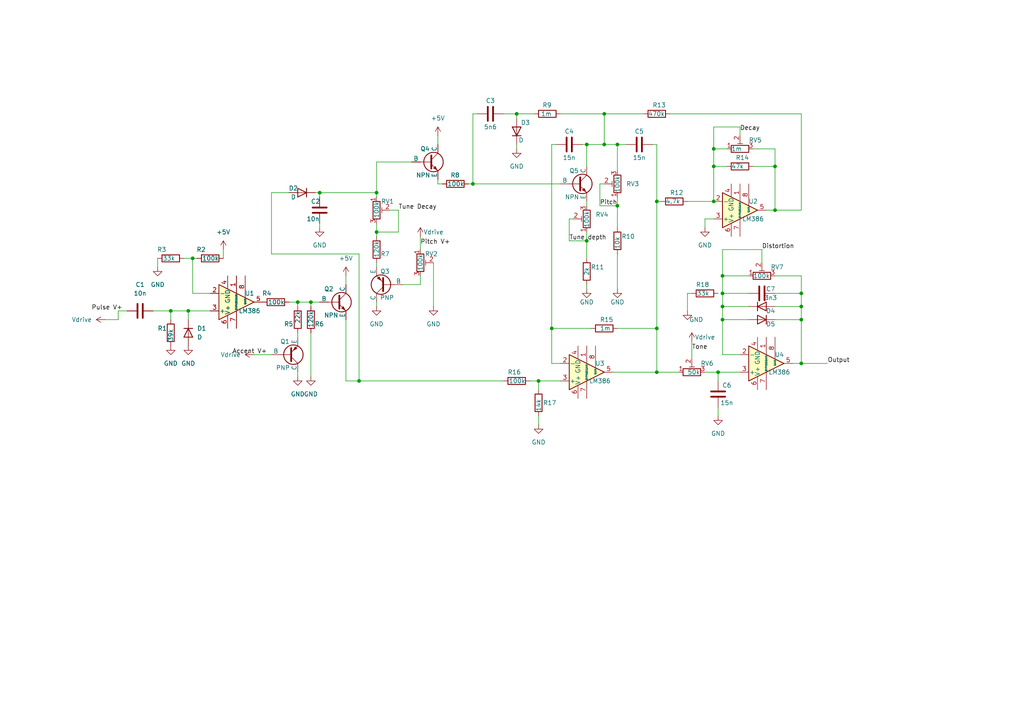
<source format=kicad_sch>
(kicad_sch (version 20230121) (generator eeschema)

  (uuid 5394d9d6-3f37-45df-9047-9fd1bfac4e20)

  (paper "A4")

  (lib_symbols
    (symbol "Amplifier_Audio:LM386" (pin_names (offset 0.127)) (in_bom yes) (on_board yes)
      (property "Reference" "U" (at 1.27 7.62 0)
        (effects (font (size 1.27 1.27)) (justify left))
      )
      (property "Value" "LM386" (at 1.27 5.08 0)
        (effects (font (size 1.27 1.27)) (justify left))
      )
      (property "Footprint" "" (at 2.54 2.54 0)
        (effects (font (size 1.27 1.27)) hide)
      )
      (property "Datasheet" "http://www.ti.com/lit/ds/symlink/lm386.pdf" (at 5.08 5.08 0)
        (effects (font (size 1.27 1.27)) hide)
      )
      (property "ki_keywords" "single Power opamp" (at 0 0 0)
        (effects (font (size 1.27 1.27)) hide)
      )
      (property "ki_description" "Low Voltage Audio Power Amplifier, DIP-8/SOIC-8/SSOP-8" (at 0 0 0)
        (effects (font (size 1.27 1.27)) hide)
      )
      (property "ki_fp_filters" "SOIC*3.9x4.9mm*P1.27mm* DIP*W7.62mm* MSSOP*P0.65mm* TSSOP*3x3mm*P0.5mm*" (at 0 0 0)
        (effects (font (size 1.27 1.27)) hide)
      )
      (symbol "LM386_0_1"
        (polyline
          (pts
            (xy 5.08 0)
            (xy -5.08 5.08)
            (xy -5.08 -5.08)
            (xy 5.08 0)
          )
          (stroke (width 0.254) (type default))
          (fill (type background))
        )
      )
      (symbol "LM386_1_1"
        (pin input line (at 0 -7.62 90) (length 5.08)
          (name "GAIN" (effects (font (size 0.508 0.508))))
          (number "1" (effects (font (size 1.27 1.27))))
        )
        (pin input line (at -7.62 -2.54 0) (length 2.54)
          (name "-" (effects (font (size 1.27 1.27))))
          (number "2" (effects (font (size 1.27 1.27))))
        )
        (pin input line (at -7.62 2.54 0) (length 2.54)
          (name "+" (effects (font (size 1.27 1.27))))
          (number "3" (effects (font (size 1.27 1.27))))
        )
        (pin power_in line (at -2.54 -7.62 90) (length 3.81)
          (name "GND" (effects (font (size 1.27 1.27))))
          (number "4" (effects (font (size 1.27 1.27))))
        )
        (pin output line (at 7.62 0 180) (length 2.54)
          (name "~" (effects (font (size 1.27 1.27))))
          (number "5" (effects (font (size 1.27 1.27))))
        )
        (pin power_in line (at -2.54 7.62 270) (length 3.81)
          (name "V+" (effects (font (size 1.27 1.27))))
          (number "6" (effects (font (size 1.27 1.27))))
        )
        (pin input line (at 0 7.62 270) (length 5.08)
          (name "BYPASS" (effects (font (size 0.508 0.508))))
          (number "7" (effects (font (size 1.27 1.27))))
        )
        (pin input line (at 2.54 -7.62 90) (length 6.35)
          (name "GAIN" (effects (font (size 0.508 0.508))))
          (number "8" (effects (font (size 1.27 1.27))))
        )
      )
    )
    (symbol "Device:C" (pin_numbers hide) (pin_names (offset 0.254)) (in_bom yes) (on_board yes)
      (property "Reference" "C" (at 0.635 2.54 0)
        (effects (font (size 1.27 1.27)) (justify left))
      )
      (property "Value" "C" (at 0.635 -2.54 0)
        (effects (font (size 1.27 1.27)) (justify left))
      )
      (property "Footprint" "" (at 0.9652 -3.81 0)
        (effects (font (size 1.27 1.27)) hide)
      )
      (property "Datasheet" "~" (at 0 0 0)
        (effects (font (size 1.27 1.27)) hide)
      )
      (property "ki_keywords" "cap capacitor" (at 0 0 0)
        (effects (font (size 1.27 1.27)) hide)
      )
      (property "ki_description" "Unpolarized capacitor" (at 0 0 0)
        (effects (font (size 1.27 1.27)) hide)
      )
      (property "ki_fp_filters" "C_*" (at 0 0 0)
        (effects (font (size 1.27 1.27)) hide)
      )
      (symbol "C_0_1"
        (polyline
          (pts
            (xy -2.032 -0.762)
            (xy 2.032 -0.762)
          )
          (stroke (width 0.508) (type default))
          (fill (type none))
        )
        (polyline
          (pts
            (xy -2.032 0.762)
            (xy 2.032 0.762)
          )
          (stroke (width 0.508) (type default))
          (fill (type none))
        )
      )
      (symbol "C_1_1"
        (pin passive line (at 0 3.81 270) (length 2.794)
          (name "~" (effects (font (size 1.27 1.27))))
          (number "1" (effects (font (size 1.27 1.27))))
        )
        (pin passive line (at 0 -3.81 90) (length 2.794)
          (name "~" (effects (font (size 1.27 1.27))))
          (number "2" (effects (font (size 1.27 1.27))))
        )
      )
    )
    (symbol "Device:D" (pin_numbers hide) (pin_names (offset 1.016) hide) (in_bom yes) (on_board yes)
      (property "Reference" "D" (at 0 2.54 0)
        (effects (font (size 1.27 1.27)))
      )
      (property "Value" "D" (at 0 -2.54 0)
        (effects (font (size 1.27 1.27)))
      )
      (property "Footprint" "" (at 0 0 0)
        (effects (font (size 1.27 1.27)) hide)
      )
      (property "Datasheet" "~" (at 0 0 0)
        (effects (font (size 1.27 1.27)) hide)
      )
      (property "Sim.Device" "D" (at 0 0 0)
        (effects (font (size 1.27 1.27)) hide)
      )
      (property "Sim.Pins" "1=K 2=A" (at 0 0 0)
        (effects (font (size 1.27 1.27)) hide)
      )
      (property "ki_keywords" "diode" (at 0 0 0)
        (effects (font (size 1.27 1.27)) hide)
      )
      (property "ki_description" "Diode" (at 0 0 0)
        (effects (font (size 1.27 1.27)) hide)
      )
      (property "ki_fp_filters" "TO-???* *_Diode_* *SingleDiode* D_*" (at 0 0 0)
        (effects (font (size 1.27 1.27)) hide)
      )
      (symbol "D_0_1"
        (polyline
          (pts
            (xy -1.27 1.27)
            (xy -1.27 -1.27)
          )
          (stroke (width 0.254) (type default))
          (fill (type none))
        )
        (polyline
          (pts
            (xy 1.27 0)
            (xy -1.27 0)
          )
          (stroke (width 0) (type default))
          (fill (type none))
        )
        (polyline
          (pts
            (xy 1.27 1.27)
            (xy 1.27 -1.27)
            (xy -1.27 0)
            (xy 1.27 1.27)
          )
          (stroke (width 0.254) (type default))
          (fill (type none))
        )
      )
      (symbol "D_1_1"
        (pin passive line (at -3.81 0 0) (length 2.54)
          (name "K" (effects (font (size 1.27 1.27))))
          (number "1" (effects (font (size 1.27 1.27))))
        )
        (pin passive line (at 3.81 0 180) (length 2.54)
          (name "A" (effects (font (size 1.27 1.27))))
          (number "2" (effects (font (size 1.27 1.27))))
        )
      )
    )
    (symbol "Device:R" (pin_numbers hide) (pin_names (offset 0)) (in_bom yes) (on_board yes)
      (property "Reference" "R" (at 2.032 0 90)
        (effects (font (size 1.27 1.27)))
      )
      (property "Value" "R" (at 0 0 90)
        (effects (font (size 1.27 1.27)))
      )
      (property "Footprint" "" (at -1.778 0 90)
        (effects (font (size 1.27 1.27)) hide)
      )
      (property "Datasheet" "~" (at 0 0 0)
        (effects (font (size 1.27 1.27)) hide)
      )
      (property "ki_keywords" "R res resistor" (at 0 0 0)
        (effects (font (size 1.27 1.27)) hide)
      )
      (property "ki_description" "Resistor" (at 0 0 0)
        (effects (font (size 1.27 1.27)) hide)
      )
      (property "ki_fp_filters" "R_*" (at 0 0 0)
        (effects (font (size 1.27 1.27)) hide)
      )
      (symbol "R_0_1"
        (rectangle (start -1.016 -2.54) (end 1.016 2.54)
          (stroke (width 0.254) (type default))
          (fill (type none))
        )
      )
      (symbol "R_1_1"
        (pin passive line (at 0 3.81 270) (length 1.27)
          (name "~" (effects (font (size 1.27 1.27))))
          (number "1" (effects (font (size 1.27 1.27))))
        )
        (pin passive line (at 0 -3.81 90) (length 1.27)
          (name "~" (effects (font (size 1.27 1.27))))
          (number "2" (effects (font (size 1.27 1.27))))
        )
      )
    )
    (symbol "Device:R_Potentiometer_Trim" (pin_names (offset 1.016) hide) (in_bom yes) (on_board yes)
      (property "Reference" "RV" (at -4.445 0 90)
        (effects (font (size 1.27 1.27)))
      )
      (property "Value" "R_Potentiometer_Trim" (at -2.54 0 90)
        (effects (font (size 1.27 1.27)))
      )
      (property "Footprint" "" (at 0 0 0)
        (effects (font (size 1.27 1.27)) hide)
      )
      (property "Datasheet" "~" (at 0 0 0)
        (effects (font (size 1.27 1.27)) hide)
      )
      (property "ki_keywords" "resistor variable trimpot trimmer" (at 0 0 0)
        (effects (font (size 1.27 1.27)) hide)
      )
      (property "ki_description" "Trim-potentiometer" (at 0 0 0)
        (effects (font (size 1.27 1.27)) hide)
      )
      (property "ki_fp_filters" "Potentiometer*" (at 0 0 0)
        (effects (font (size 1.27 1.27)) hide)
      )
      (symbol "R_Potentiometer_Trim_0_1"
        (polyline
          (pts
            (xy 1.524 0.762)
            (xy 1.524 -0.762)
          )
          (stroke (width 0) (type default))
          (fill (type none))
        )
        (polyline
          (pts
            (xy 2.54 0)
            (xy 1.524 0)
          )
          (stroke (width 0) (type default))
          (fill (type none))
        )
        (rectangle (start 1.016 2.54) (end -1.016 -2.54)
          (stroke (width 0.254) (type default))
          (fill (type none))
        )
      )
      (symbol "R_Potentiometer_Trim_1_1"
        (pin passive line (at 0 3.81 270) (length 1.27)
          (name "1" (effects (font (size 1.27 1.27))))
          (number "1" (effects (font (size 1.27 1.27))))
        )
        (pin passive line (at 3.81 0 180) (length 1.27)
          (name "2" (effects (font (size 1.27 1.27))))
          (number "2" (effects (font (size 1.27 1.27))))
        )
        (pin passive line (at 0 -3.81 90) (length 1.27)
          (name "3" (effects (font (size 1.27 1.27))))
          (number "3" (effects (font (size 1.27 1.27))))
        )
      )
    )
    (symbol "Simulation_SPICE:NPN" (pin_numbers hide) (pin_names (offset 0)) (in_bom yes) (on_board yes)
      (property "Reference" "Q" (at -2.54 7.62 0)
        (effects (font (size 1.27 1.27)))
      )
      (property "Value" "NPN" (at -2.54 5.08 0)
        (effects (font (size 1.27 1.27)))
      )
      (property "Footprint" "" (at 63.5 0 0)
        (effects (font (size 1.27 1.27)) hide)
      )
      (property "Datasheet" "~" (at 63.5 0 0)
        (effects (font (size 1.27 1.27)) hide)
      )
      (property "Sim.Device" "NPN" (at 0 0 0)
        (effects (font (size 1.27 1.27)) hide)
      )
      (property "Sim.Type" "GUMMELPOON" (at 0 0 0)
        (effects (font (size 1.27 1.27)) hide)
      )
      (property "Sim.Pins" "1=C 2=B 3=E" (at 0 0 0)
        (effects (font (size 1.27 1.27)) hide)
      )
      (property "ki_keywords" "simulation" (at 0 0 0)
        (effects (font (size 1.27 1.27)) hide)
      )
      (property "ki_description" "Bipolar transistor symbol for simulation only, substrate tied to the emitter" (at 0 0 0)
        (effects (font (size 1.27 1.27)) hide)
      )
      (symbol "NPN_0_1"
        (polyline
          (pts
            (xy -2.54 0)
            (xy 0.635 0)
          )
          (stroke (width 0.1524) (type default))
          (fill (type none))
        )
        (polyline
          (pts
            (xy 0.635 0.635)
            (xy 2.54 2.54)
          )
          (stroke (width 0) (type default))
          (fill (type none))
        )
        (polyline
          (pts
            (xy 2.794 -1.27)
            (xy 2.794 -1.27)
          )
          (stroke (width 0.1524) (type default))
          (fill (type none))
        )
        (polyline
          (pts
            (xy 2.794 -1.27)
            (xy 2.794 -1.27)
          )
          (stroke (width 0.1524) (type default))
          (fill (type none))
        )
        (polyline
          (pts
            (xy 0.635 -0.635)
            (xy 2.54 -2.54)
            (xy 2.54 -2.54)
          )
          (stroke (width 0) (type default))
          (fill (type none))
        )
        (polyline
          (pts
            (xy 0.635 1.905)
            (xy 0.635 -1.905)
            (xy 0.635 -1.905)
          )
          (stroke (width 0.508) (type default))
          (fill (type none))
        )
        (polyline
          (pts
            (xy 1.27 -1.778)
            (xy 1.778 -1.27)
            (xy 2.286 -2.286)
            (xy 1.27 -1.778)
            (xy 1.27 -1.778)
          )
          (stroke (width 0) (type default))
          (fill (type outline))
        )
        (circle (center 1.27 0) (radius 2.8194)
          (stroke (width 0.254) (type default))
          (fill (type none))
        )
      )
      (symbol "NPN_1_1"
        (pin open_collector line (at 2.54 5.08 270) (length 2.54)
          (name "C" (effects (font (size 1.27 1.27))))
          (number "1" (effects (font (size 1.27 1.27))))
        )
        (pin input line (at -5.08 0 0) (length 2.54)
          (name "B" (effects (font (size 1.27 1.27))))
          (number "2" (effects (font (size 1.27 1.27))))
        )
        (pin open_emitter line (at 2.54 -5.08 90) (length 2.54)
          (name "E" (effects (font (size 1.27 1.27))))
          (number "3" (effects (font (size 1.27 1.27))))
        )
      )
    )
    (symbol "Simulation_SPICE:PNP" (pin_numbers hide) (pin_names (offset 0)) (in_bom yes) (on_board yes)
      (property "Reference" "Q" (at -2.54 7.62 0)
        (effects (font (size 1.27 1.27)))
      )
      (property "Value" "PNP" (at -2.54 5.08 0)
        (effects (font (size 1.27 1.27)))
      )
      (property "Footprint" "" (at 35.56 0 0)
        (effects (font (size 1.27 1.27)) hide)
      )
      (property "Datasheet" "~" (at 35.56 0 0)
        (effects (font (size 1.27 1.27)) hide)
      )
      (property "Sim.Device" "PNP" (at 0 0 0)
        (effects (font (size 1.27 1.27)) hide)
      )
      (property "Sim.Type" "GUMMELPOON" (at 0 0 0)
        (effects (font (size 1.27 1.27)) hide)
      )
      (property "Sim.Pins" "1=C 2=B 3=E" (at 0 0 0)
        (effects (font (size 1.27 1.27)) hide)
      )
      (property "ki_keywords" "simulation" (at 0 0 0)
        (effects (font (size 1.27 1.27)) hide)
      )
      (property "ki_description" "Bipolar transistor symbol for simulation only, substrate tied to the emitter" (at 0 0 0)
        (effects (font (size 1.27 1.27)) hide)
      )
      (symbol "PNP_0_1"
        (polyline
          (pts
            (xy -2.54 0)
            (xy 0.635 0)
          )
          (stroke (width 0.1524) (type default))
          (fill (type none))
        )
        (polyline
          (pts
            (xy 0.635 0.635)
            (xy 2.54 2.54)
          )
          (stroke (width 0) (type default))
          (fill (type none))
        )
        (polyline
          (pts
            (xy 0.635 -0.635)
            (xy 2.54 -2.54)
            (xy 2.54 -2.54)
          )
          (stroke (width 0) (type default))
          (fill (type none))
        )
        (polyline
          (pts
            (xy 0.635 1.905)
            (xy 0.635 -1.905)
            (xy 0.635 -1.905)
          )
          (stroke (width 0.508) (type default))
          (fill (type none))
        )
        (polyline
          (pts
            (xy 2.286 -1.778)
            (xy 1.778 -2.286)
            (xy 1.27 -1.27)
            (xy 2.286 -1.778)
            (xy 2.286 -1.778)
          )
          (stroke (width 0) (type default))
          (fill (type outline))
        )
        (circle (center 1.27 0) (radius 2.8194)
          (stroke (width 0.254) (type default))
          (fill (type none))
        )
      )
      (symbol "PNP_1_1"
        (pin open_collector line (at 2.54 5.08 270) (length 2.54)
          (name "C" (effects (font (size 1.27 1.27))))
          (number "1" (effects (font (size 1.27 1.27))))
        )
        (pin input line (at -5.08 0 0) (length 2.54)
          (name "B" (effects (font (size 1.27 1.27))))
          (number "2" (effects (font (size 1.27 1.27))))
        )
        (pin open_emitter line (at 2.54 -5.08 90) (length 2.54)
          (name "E" (effects (font (size 1.27 1.27))))
          (number "3" (effects (font (size 1.27 1.27))))
        )
      )
    )
    (symbol "power:+5V" (power) (pin_names (offset 0)) (in_bom yes) (on_board yes)
      (property "Reference" "#PWR" (at 0 -3.81 0)
        (effects (font (size 1.27 1.27)) hide)
      )
      (property "Value" "+5V" (at 0 3.556 0)
        (effects (font (size 1.27 1.27)))
      )
      (property "Footprint" "" (at 0 0 0)
        (effects (font (size 1.27 1.27)) hide)
      )
      (property "Datasheet" "" (at 0 0 0)
        (effects (font (size 1.27 1.27)) hide)
      )
      (property "ki_keywords" "global power" (at 0 0 0)
        (effects (font (size 1.27 1.27)) hide)
      )
      (property "ki_description" "Power symbol creates a global label with name \"+5V\"" (at 0 0 0)
        (effects (font (size 1.27 1.27)) hide)
      )
      (symbol "+5V_0_1"
        (polyline
          (pts
            (xy -0.762 1.27)
            (xy 0 2.54)
          )
          (stroke (width 0) (type default))
          (fill (type none))
        )
        (polyline
          (pts
            (xy 0 0)
            (xy 0 2.54)
          )
          (stroke (width 0) (type default))
          (fill (type none))
        )
        (polyline
          (pts
            (xy 0 2.54)
            (xy 0.762 1.27)
          )
          (stroke (width 0) (type default))
          (fill (type none))
        )
      )
      (symbol "+5V_1_1"
        (pin power_in line (at 0 0 90) (length 0) hide
          (name "+5V" (effects (font (size 1.27 1.27))))
          (number "1" (effects (font (size 1.27 1.27))))
        )
      )
    )
    (symbol "power:GND" (power) (pin_names (offset 0)) (in_bom yes) (on_board yes)
      (property "Reference" "#PWR" (at 0 -6.35 0)
        (effects (font (size 1.27 1.27)) hide)
      )
      (property "Value" "GND" (at 0 -3.81 0)
        (effects (font (size 1.27 1.27)))
      )
      (property "Footprint" "" (at 0 0 0)
        (effects (font (size 1.27 1.27)) hide)
      )
      (property "Datasheet" "" (at 0 0 0)
        (effects (font (size 1.27 1.27)) hide)
      )
      (property "ki_keywords" "global power" (at 0 0 0)
        (effects (font (size 1.27 1.27)) hide)
      )
      (property "ki_description" "Power symbol creates a global label with name \"GND\" , ground" (at 0 0 0)
        (effects (font (size 1.27 1.27)) hide)
      )
      (symbol "GND_0_1"
        (polyline
          (pts
            (xy 0 0)
            (xy 0 -1.27)
            (xy 1.27 -1.27)
            (xy 0 -2.54)
            (xy -1.27 -1.27)
            (xy 0 -1.27)
          )
          (stroke (width 0) (type default))
          (fill (type none))
        )
      )
      (symbol "GND_1_1"
        (pin power_in line (at 0 0 270) (length 0) hide
          (name "GND" (effects (font (size 1.27 1.27))))
          (number "1" (effects (font (size 1.27 1.27))))
        )
      )
    )
    (symbol "power:Vdrive" (power) (pin_names (offset 0)) (in_bom yes) (on_board yes)
      (property "Reference" "#PWR" (at -5.08 -3.81 0)
        (effects (font (size 1.27 1.27)) hide)
      )
      (property "Value" "Vdrive" (at 0 3.81 0)
        (effects (font (size 1.27 1.27)))
      )
      (property "Footprint" "" (at 0 0 0)
        (effects (font (size 1.27 1.27)) hide)
      )
      (property "Datasheet" "" (at 0 0 0)
        (effects (font (size 1.27 1.27)) hide)
      )
      (property "ki_keywords" "global power" (at 0 0 0)
        (effects (font (size 1.27 1.27)) hide)
      )
      (property "ki_description" "Power symbol creates a global label with name \"Vdrive\"" (at 0 0 0)
        (effects (font (size 1.27 1.27)) hide)
      )
      (symbol "Vdrive_0_1"
        (polyline
          (pts
            (xy -0.762 1.27)
            (xy 0 2.54)
          )
          (stroke (width 0) (type default))
          (fill (type none))
        )
        (polyline
          (pts
            (xy 0 0)
            (xy 0 2.54)
          )
          (stroke (width 0) (type default))
          (fill (type none))
        )
        (polyline
          (pts
            (xy 0 2.54)
            (xy 0.762 1.27)
          )
          (stroke (width 0) (type default))
          (fill (type none))
        )
      )
      (symbol "Vdrive_1_1"
        (pin power_in line (at 0 0 90) (length 0) hide
          (name "Vdrive" (effects (font (size 1.27 1.27))))
          (number "1" (effects (font (size 1.27 1.27))))
        )
      )
    )
  )

  (junction (at 232.41 88.9) (diameter 0) (color 0 0 0 0)
    (uuid 0703ea25-c45a-4af1-bf01-b8dca527bbb4)
  )
  (junction (at 190.5 58.42) (diameter 0) (color 0 0 0 0)
    (uuid 09f5677f-5904-4467-aec2-f2b004e8c6a6)
  )
  (junction (at 90.17 87.63) (diameter 0) (color 0 0 0 0)
    (uuid 1bf8389d-f797-456b-9a1c-9468a8498879)
  )
  (junction (at 175.26 41.91) (diameter 0) (color 0 0 0 0)
    (uuid 1f4c36ec-a109-45e1-afca-7538eba59003)
  )
  (junction (at 92.71 55.88) (diameter 0) (color 0 0 0 0)
    (uuid 22a3e8dc-b30c-4e0d-8b7e-6314feb45a0f)
  )
  (junction (at 207.01 43.18) (diameter 0) (color 0 0 0 0)
    (uuid 29bd2532-1ba6-4e3a-8cf6-a44888183457)
  )
  (junction (at 137.16 53.34) (diameter 0) (color 0 0 0 0)
    (uuid 2a689b9e-5da9-43c9-b7dd-151e78833552)
  )
  (junction (at 179.07 59.69) (diameter 0) (color 0 0 0 0)
    (uuid 32649927-f61f-46b2-b14a-34b0e5be5daf)
  )
  (junction (at 190.5 95.25) (diameter 0) (color 0 0 0 0)
    (uuid 432a0696-4401-4f87-b7d5-01e64218d85b)
  )
  (junction (at 156.21 110.49) (diameter 0) (color 0 0 0 0)
    (uuid 4722072b-e54a-4983-8b2a-4519195e78c6)
  )
  (junction (at 109.22 55.88) (diameter 0) (color 0 0 0 0)
    (uuid 47367ca9-b5af-4ebd-862f-6b68b7103147)
  )
  (junction (at 224.79 60.96) (diameter 0) (color 0 0 0 0)
    (uuid 48733bfd-0a39-42b5-8325-0fbf50b34c43)
  )
  (junction (at 209.55 88.9) (diameter 0) (color 0 0 0 0)
    (uuid 4f953a2a-e5f5-4cdc-b9b5-ebfda630060b)
  )
  (junction (at 55.88 74.93) (diameter 0) (color 0 0 0 0)
    (uuid 57cac4e7-1f60-46ea-907f-80b1f09e9022)
  )
  (junction (at 170.18 41.91) (diameter 0) (color 0 0 0 0)
    (uuid 5c751497-a91d-45e9-a473-1ed93b0111d5)
  )
  (junction (at 232.41 105.41) (diameter 0) (color 0 0 0 0)
    (uuid 63c51b6b-f1da-4d89-97ed-9e9aaee4fdba)
  )
  (junction (at 208.28 107.95) (diameter 0) (color 0 0 0 0)
    (uuid 65b6e685-5b3d-4629-9241-b5eb3313a818)
  )
  (junction (at 209.55 80.01) (diameter 0) (color 0 0 0 0)
    (uuid 693bca10-2dad-4962-a225-cc933ded1b8e)
  )
  (junction (at 232.41 92.71) (diameter 0) (color 0 0 0 0)
    (uuid 841bc1c4-4ac3-4562-9e6c-0b94b032ff2b)
  )
  (junction (at 49.53 90.17) (diameter 0) (color 0 0 0 0)
    (uuid 8636e684-50d4-49a6-ae13-a00b306f0588)
  )
  (junction (at 109.22 67.31) (diameter 0) (color 0 0 0 0)
    (uuid 8995f43f-dc96-441f-a0c5-d2a05454ff65)
  )
  (junction (at 170.18 69.85) (diameter 0) (color 0 0 0 0)
    (uuid 8c30d2c1-b58a-4b3e-8c56-b493a83cbe5e)
  )
  (junction (at 207.01 58.42) (diameter 0) (color 0 0 0 0)
    (uuid 9da81386-9ad8-43f3-acc5-c4e8e6e86df1)
  )
  (junction (at 207.01 48.26) (diameter 0) (color 0 0 0 0)
    (uuid a6893690-1f5d-4501-907f-128cb14833d1)
  )
  (junction (at 86.36 87.63) (diameter 0) (color 0 0 0 0)
    (uuid a97ab595-7bc4-4e75-9795-af3a0d4ed6b4)
  )
  (junction (at 175.26 33.02) (diameter 0) (color 0 0 0 0)
    (uuid af4ca791-84f2-41bc-8dde-02372206b928)
  )
  (junction (at 160.02 95.25) (diameter 0) (color 0 0 0 0)
    (uuid b09c6871-e13c-4f5c-a393-7fdc038e2951)
  )
  (junction (at 54.61 90.17) (diameter 0) (color 0 0 0 0)
    (uuid ba0a10b6-659a-46c3-a360-9daf2e295cb4)
  )
  (junction (at 224.79 48.26) (diameter 0) (color 0 0 0 0)
    (uuid c40c9dbd-ceeb-4dc4-8772-21bfb0067642)
  )
  (junction (at 104.14 110.49) (diameter 0) (color 0 0 0 0)
    (uuid cc28f0ae-8b9d-4720-8edf-148458d74f6c)
  )
  (junction (at 209.55 92.71) (diameter 0) (color 0 0 0 0)
    (uuid cff6346f-4c45-4514-a584-d17d517c8e2d)
  )
  (junction (at 179.07 41.91) (diameter 0) (color 0 0 0 0)
    (uuid db18bcad-23d9-46b0-a8c1-2a3f148314a1)
  )
  (junction (at 209.55 85.09) (diameter 0) (color 0 0 0 0)
    (uuid e861318d-9d1d-40f4-b4a0-013ff74d2629)
  )
  (junction (at 232.41 85.09) (diameter 0) (color 0 0 0 0)
    (uuid f1183903-37d9-4209-9589-9c5efc9cbc18)
  )
  (junction (at 190.5 107.95) (diameter 0) (color 0 0 0 0)
    (uuid f565b788-22f3-4d4c-bcb6-9346c63200f5)
  )
  (junction (at 149.86 33.02) (diameter 0) (color 0 0 0 0)
    (uuid fae4d1a0-94ac-4c48-acd6-d014de1bb8bb)
  )

  (wire (pts (xy 54.61 90.17) (xy 54.61 92.71))
    (stroke (width 0) (type default))
    (uuid 00b6702b-e8e7-465f-9f08-cd50c596c919)
  )
  (wire (pts (xy 171.45 95.25) (xy 160.02 95.25))
    (stroke (width 0) (type default))
    (uuid 00fd32fd-1e5b-4087-ac1e-b8c323008c20)
  )
  (wire (pts (xy 224.79 80.01) (xy 232.41 80.01))
    (stroke (width 0) (type default))
    (uuid 030daa3b-6023-406e-a5da-db37e63207c2)
  )
  (wire (pts (xy 194.31 33.02) (xy 232.41 33.02))
    (stroke (width 0) (type default))
    (uuid 03135b57-7efb-414d-9447-d23ad1c50362)
  )
  (wire (pts (xy 170.18 82.55) (xy 170.18 83.82))
    (stroke (width 0) (type default))
    (uuid 05ab32df-9b7b-4e94-a794-d65166c2cb1d)
  )
  (wire (pts (xy 179.07 41.91) (xy 181.61 41.91))
    (stroke (width 0) (type default))
    (uuid 0631f9bd-c355-4535-8296-e80405678151)
  )
  (wire (pts (xy 30.48 92.71) (xy 34.29 92.71))
    (stroke (width 0) (type default))
    (uuid 099bead6-9905-4d4c-8797-90cfa9996d00)
  )
  (wire (pts (xy 209.55 88.9) (xy 217.17 88.9))
    (stroke (width 0) (type default))
    (uuid 0ae5faa4-5b68-4c66-9e79-8ea984f2e94d)
  )
  (wire (pts (xy 209.55 80.01) (xy 217.17 80.01))
    (stroke (width 0) (type default))
    (uuid 0c345a9f-5894-4881-a887-447abeb1e9c9)
  )
  (wire (pts (xy 168.91 41.91) (xy 170.18 41.91))
    (stroke (width 0) (type default))
    (uuid 0c74a957-6f49-45c5-82f1-f5e343f36614)
  )
  (wire (pts (xy 34.29 90.17) (xy 36.83 90.17))
    (stroke (width 0) (type default))
    (uuid 0d9f81d3-4c8d-4a45-b0b3-3e0404152256)
  )
  (wire (pts (xy 207.01 48.26) (xy 210.82 48.26))
    (stroke (width 0) (type default))
    (uuid 0f753d28-89c2-49d5-9ed0-e444833eadaf)
  )
  (wire (pts (xy 175.26 33.02) (xy 175.26 41.91))
    (stroke (width 0) (type default))
    (uuid 15064b0f-6e4f-466a-a1d6-fa2e2a72b0f4)
  )
  (wire (pts (xy 179.07 73.66) (xy 179.07 83.82))
    (stroke (width 0) (type default))
    (uuid 154bfb45-1aea-4492-a2c0-16bdb6abbb81)
  )
  (wire (pts (xy 224.79 48.26) (xy 224.79 60.96))
    (stroke (width 0) (type default))
    (uuid 16637805-a4fd-4fa9-a96b-21aaf9549aab)
  )
  (wire (pts (xy 90.17 88.9) (xy 90.17 87.63))
    (stroke (width 0) (type default))
    (uuid 19fa6fb4-1f80-4bd6-8d7c-5f4c84bf48be)
  )
  (wire (pts (xy 100.33 92.71) (xy 100.33 110.49))
    (stroke (width 0) (type default))
    (uuid 1c96d510-1bc8-4b93-9468-c0323eb50689)
  )
  (wire (pts (xy 232.41 33.02) (xy 232.41 60.96))
    (stroke (width 0) (type default))
    (uuid 1e438924-31cd-4b7b-8d5a-3b6d43dccf3b)
  )
  (wire (pts (xy 207.01 63.5) (xy 204.47 63.5))
    (stroke (width 0) (type default))
    (uuid 1e7a7eed-dfb4-4c6d-bd3d-b7a7e6eaba69)
  )
  (wire (pts (xy 127 52.07) (xy 127 53.34))
    (stroke (width 0) (type default))
    (uuid 2024175d-867a-44e1-9b16-434e63420b34)
  )
  (wire (pts (xy 220.98 72.39) (xy 220.98 76.2))
    (stroke (width 0) (type default))
    (uuid 2763f708-b50a-4e32-baff-44db3082f787)
  )
  (wire (pts (xy 156.21 110.49) (xy 162.56 110.49))
    (stroke (width 0) (type default))
    (uuid 2a296a8e-8a18-4285-9261-0bda9d1579e8)
  )
  (wire (pts (xy 100.33 110.49) (xy 104.14 110.49))
    (stroke (width 0) (type default))
    (uuid 2dce5ddd-cc14-4d8c-882b-410e31f3d4fe)
  )
  (wire (pts (xy 156.21 120.65) (xy 156.21 123.19))
    (stroke (width 0) (type default))
    (uuid 2ebe3c86-96b2-4c1a-8430-031cbc59bc79)
  )
  (wire (pts (xy 78.74 55.88) (xy 83.82 55.88))
    (stroke (width 0) (type default))
    (uuid 305791ee-f377-45fc-98d3-488dfe1b35f7)
  )
  (wire (pts (xy 175.26 33.02) (xy 186.69 33.02))
    (stroke (width 0) (type default))
    (uuid 310bd626-f196-4c6e-a136-80a6fe5578aa)
  )
  (wire (pts (xy 209.55 80.01) (xy 209.55 72.39))
    (stroke (width 0) (type default))
    (uuid 340dd980-6e41-43cf-bc03-40c4041c5a57)
  )
  (wire (pts (xy 127 53.34) (xy 128.27 53.34))
    (stroke (width 0) (type default))
    (uuid 34a04ac7-6654-435b-bab1-10574852ae56)
  )
  (wire (pts (xy 209.55 72.39) (xy 220.98 72.39))
    (stroke (width 0) (type default))
    (uuid 3667de5f-cb13-4b56-b66c-affd9d97d0d5)
  )
  (wire (pts (xy 109.22 64.77) (xy 109.22 67.31))
    (stroke (width 0) (type default))
    (uuid 3ccab574-56ad-4c8f-a227-da7d3da517be)
  )
  (wire (pts (xy 109.22 87.63) (xy 109.22 88.9))
    (stroke (width 0) (type default))
    (uuid 3d110541-9889-4db9-be96-919c796fb6f7)
  )
  (wire (pts (xy 109.22 67.31) (xy 115.57 67.31))
    (stroke (width 0) (type default))
    (uuid 418c56e3-54e2-48c9-a7d1-5757d3718f2c)
  )
  (wire (pts (xy 55.88 85.09) (xy 60.96 85.09))
    (stroke (width 0) (type default))
    (uuid 46eb3357-0716-47aa-9763-de54a7127aba)
  )
  (wire (pts (xy 137.16 53.34) (xy 162.56 53.34))
    (stroke (width 0) (type default))
    (uuid 470fd607-9857-4706-bf6f-53debe218b2f)
  )
  (wire (pts (xy 160.02 105.41) (xy 162.56 105.41))
    (stroke (width 0) (type default))
    (uuid 495cb311-e62e-4944-866c-2f000a3fbcf5)
  )
  (wire (pts (xy 179.07 57.15) (xy 179.07 59.69))
    (stroke (width 0) (type default))
    (uuid 4ad9954e-968a-406e-9782-f3ff45aba4bd)
  )
  (wire (pts (xy 91.44 55.88) (xy 92.71 55.88))
    (stroke (width 0) (type default))
    (uuid 4af7e9b8-e1e3-462e-bf5d-8842225354a4)
  )
  (wire (pts (xy 92.71 64.77) (xy 92.71 66.04))
    (stroke (width 0) (type default))
    (uuid 4c56f457-d599-4524-9ba1-17265c0c937c)
  )
  (wire (pts (xy 92.71 55.88) (xy 109.22 55.88))
    (stroke (width 0) (type default))
    (uuid 4db08988-2216-44b2-b550-9299482b764a)
  )
  (wire (pts (xy 209.55 102.87) (xy 214.63 102.87))
    (stroke (width 0) (type default))
    (uuid 4f80ba6a-c1b8-4981-8a5f-9f05eaa34e19)
  )
  (wire (pts (xy 179.07 41.91) (xy 179.07 49.53))
    (stroke (width 0) (type default))
    (uuid 52aa40e1-a301-4253-8f2f-71158df4bd96)
  )
  (wire (pts (xy 153.67 110.49) (xy 156.21 110.49))
    (stroke (width 0) (type default))
    (uuid 5746a9c4-7ec6-4d27-bd8e-e96a65d042c8)
  )
  (wire (pts (xy 55.88 74.93) (xy 55.88 85.09))
    (stroke (width 0) (type default))
    (uuid 57e59416-47ab-416a-a22f-764c77b61578)
  )
  (wire (pts (xy 207.01 43.18) (xy 210.82 43.18))
    (stroke (width 0) (type default))
    (uuid 580dd867-127e-40bc-8969-0f5cda5972cf)
  )
  (wire (pts (xy 160.02 41.91) (xy 160.02 95.25))
    (stroke (width 0) (type default))
    (uuid 5935aa26-14c0-41d2-9165-44a7cea06da0)
  )
  (wire (pts (xy 92.71 57.15) (xy 92.71 55.88))
    (stroke (width 0) (type default))
    (uuid 5cb9f50c-013b-4620-89bd-64ff4c689207)
  )
  (wire (pts (xy 109.22 55.88) (xy 109.22 57.15))
    (stroke (width 0) (type default))
    (uuid 620cdbe6-2020-4484-87d3-429f9de61924)
  )
  (wire (pts (xy 149.86 41.91) (xy 149.86 43.18))
    (stroke (width 0) (type default))
    (uuid 652d0641-5314-4cd6-b4bd-984dad8c7051)
  )
  (wire (pts (xy 83.82 87.63) (xy 86.36 87.63))
    (stroke (width 0) (type default))
    (uuid 670be24d-5283-4acd-bd97-9611f635cde2)
  )
  (wire (pts (xy 208.28 107.95) (xy 214.63 107.95))
    (stroke (width 0) (type default))
    (uuid 679d8ead-605a-4ce9-982a-7ea512cf2d6b)
  )
  (wire (pts (xy 160.02 95.25) (xy 160.02 105.41))
    (stroke (width 0) (type default))
    (uuid 686564cb-b136-40f9-9e65-2491ba327265)
  )
  (wire (pts (xy 104.14 73.66) (xy 104.14 110.49))
    (stroke (width 0) (type default))
    (uuid 6ab24337-861b-4876-94ee-3dc3fd29be37)
  )
  (wire (pts (xy 104.14 110.49) (xy 146.05 110.49))
    (stroke (width 0) (type default))
    (uuid 6ba6d496-94b4-4a66-aef5-685d092c6bbc)
  )
  (wire (pts (xy 232.41 85.09) (xy 232.41 88.9))
    (stroke (width 0) (type default))
    (uuid 6d26217f-1bf3-49ae-9129-e9f1afa2f398)
  )
  (wire (pts (xy 209.55 92.71) (xy 217.17 92.71))
    (stroke (width 0) (type default))
    (uuid 6d6926ba-f0d8-47a5-a84f-50fb8db5d060)
  )
  (wire (pts (xy 34.29 92.71) (xy 34.29 90.17))
    (stroke (width 0) (type default))
    (uuid 6ee4ac5f-c28e-4090-af41-d5eca2c26e18)
  )
  (wire (pts (xy 170.18 41.91) (xy 175.26 41.91))
    (stroke (width 0) (type default))
    (uuid 71dde2c4-5480-4b8b-a91c-ab2c9784585b)
  )
  (wire (pts (xy 156.21 110.49) (xy 156.21 113.03))
    (stroke (width 0) (type default))
    (uuid 77ae7aab-2b0e-4022-82dd-64b48b0797f4)
  )
  (wire (pts (xy 109.22 46.99) (xy 119.38 46.99))
    (stroke (width 0) (type default))
    (uuid 77c6e761-d9eb-4f9e-8213-dbc39e8f9ef4)
  )
  (wire (pts (xy 125.73 76.2) (xy 125.73 88.9))
    (stroke (width 0) (type default))
    (uuid 78caf214-85f9-4386-bd0a-234c97dfaeb3)
  )
  (wire (pts (xy 100.33 80.01) (xy 100.33 82.55))
    (stroke (width 0) (type default))
    (uuid 7c0a3ad4-357c-432e-8ce7-ce68d4801db6)
  )
  (wire (pts (xy 165.1 63.5) (xy 165.1 69.85))
    (stroke (width 0) (type default))
    (uuid 7c1e61e1-de4f-471d-85a3-2d334d530db1)
  )
  (wire (pts (xy 190.5 95.25) (xy 179.07 95.25))
    (stroke (width 0) (type default))
    (uuid 7d510a73-6990-4479-9b84-6badcbcd8250)
  )
  (wire (pts (xy 190.5 58.42) (xy 190.5 95.25))
    (stroke (width 0) (type default))
    (uuid 7db490e2-ed6c-468f-871a-c3068c56eede)
  )
  (wire (pts (xy 160.02 41.91) (xy 161.29 41.91))
    (stroke (width 0) (type default))
    (uuid 7ffbccbe-a494-4a28-a68e-29ea3e261511)
  )
  (wire (pts (xy 214.63 36.83) (xy 214.63 39.37))
    (stroke (width 0) (type default))
    (uuid 8062ea76-8433-4076-a023-6272b7a66b1b)
  )
  (wire (pts (xy 199.39 85.09) (xy 200.66 85.09))
    (stroke (width 0) (type default))
    (uuid 824bb472-8026-4edd-a9de-d5e999cd35f6)
  )
  (wire (pts (xy 232.41 105.41) (xy 240.03 105.41))
    (stroke (width 0) (type default))
    (uuid 82cc3421-6180-4244-895a-1ac24c46356f)
  )
  (wire (pts (xy 190.5 58.42) (xy 191.77 58.42))
    (stroke (width 0) (type default))
    (uuid 85b77ba7-dc9b-4f95-9a08-efb55969ea34)
  )
  (wire (pts (xy 170.18 67.31) (xy 170.18 69.85))
    (stroke (width 0) (type default))
    (uuid 86d272ef-5285-4203-83bc-17c7018638a0)
  )
  (wire (pts (xy 200.66 99.06) (xy 200.66 104.14))
    (stroke (width 0) (type default))
    (uuid 88e71369-9cd4-4335-97e6-e00e40321a5c)
  )
  (wire (pts (xy 199.39 90.17) (xy 199.39 85.09))
    (stroke (width 0) (type default))
    (uuid 8a7825a8-8092-404c-ad5f-659e84214ba2)
  )
  (wire (pts (xy 208.28 107.95) (xy 208.28 110.49))
    (stroke (width 0) (type default))
    (uuid 8c2f7b98-e442-4d66-8f7e-f041f58d626e)
  )
  (wire (pts (xy 190.5 41.91) (xy 190.5 58.42))
    (stroke (width 0) (type default))
    (uuid 90392baf-e09a-4a3b-914b-26560d9b956c)
  )
  (wire (pts (xy 49.53 90.17) (xy 54.61 90.17))
    (stroke (width 0) (type default))
    (uuid 9072519e-74d1-4355-a143-03879b50435b)
  )
  (wire (pts (xy 149.86 33.02) (xy 149.86 34.29))
    (stroke (width 0) (type default))
    (uuid 912f0e6a-0cee-4c77-bfae-07a2fa12cd4a)
  )
  (wire (pts (xy 121.92 80.01) (xy 121.92 82.55))
    (stroke (width 0) (type default))
    (uuid 94c9a1b7-f6a8-427e-92b0-d32b9749437e)
  )
  (wire (pts (xy 208.28 118.11) (xy 208.28 120.65))
    (stroke (width 0) (type default))
    (uuid 9530d07b-3336-415b-990c-1481e0230939)
  )
  (wire (pts (xy 232.41 80.01) (xy 232.41 85.09))
    (stroke (width 0) (type default))
    (uuid 96c1a75e-1561-4956-9065-29d06d1a62c8)
  )
  (wire (pts (xy 224.79 43.18) (xy 224.79 48.26))
    (stroke (width 0) (type default))
    (uuid 994a452b-4259-41fa-8a07-0f08b19a915f)
  )
  (wire (pts (xy 78.74 73.66) (xy 78.74 55.88))
    (stroke (width 0) (type default))
    (uuid 9ba924a8-4558-4717-9484-d20a543a3e05)
  )
  (wire (pts (xy 127 39.37) (xy 127 41.91))
    (stroke (width 0) (type default))
    (uuid 9bddc5b9-734c-4591-be1c-b01d232ab070)
  )
  (wire (pts (xy 121.92 82.55) (xy 116.84 82.55))
    (stroke (width 0) (type default))
    (uuid 9d9a22f9-69ac-4d81-8596-81ba2cfe9e22)
  )
  (wire (pts (xy 170.18 58.42) (xy 170.18 59.69))
    (stroke (width 0) (type default))
    (uuid 9e499e48-9f59-4d5c-8f18-e457d90dc517)
  )
  (wire (pts (xy 232.41 92.71) (xy 232.41 105.41))
    (stroke (width 0) (type default))
    (uuid 9f2b36b8-d524-4eb5-b935-9c3864dc3fc8)
  )
  (wire (pts (xy 190.5 107.95) (xy 196.85 107.95))
    (stroke (width 0) (type default))
    (uuid a60d82a3-ad85-4c4f-839a-7f9a42b102ee)
  )
  (wire (pts (xy 224.79 88.9) (xy 232.41 88.9))
    (stroke (width 0) (type default))
    (uuid a620dbd6-8a1a-4518-9160-12d96fc09289)
  )
  (wire (pts (xy 165.1 63.5) (xy 166.37 63.5))
    (stroke (width 0) (type default))
    (uuid a8a1882c-8d30-4655-b685-09bf1b03a42f)
  )
  (wire (pts (xy 109.22 55.88) (xy 109.22 46.99))
    (stroke (width 0) (type default))
    (uuid a8c34d60-5214-4a18-b44c-10903a768489)
  )
  (wire (pts (xy 90.17 96.52) (xy 90.17 109.22))
    (stroke (width 0) (type default))
    (uuid ae760463-e046-4587-a7f4-bbc11515ba6d)
  )
  (wire (pts (xy 170.18 69.85) (xy 170.18 74.93))
    (stroke (width 0) (type default))
    (uuid af09903c-cb73-4961-a948-ddd95792f9a4)
  )
  (wire (pts (xy 90.17 87.63) (xy 92.71 87.63))
    (stroke (width 0) (type default))
    (uuid b4b552c8-854e-441c-b7f6-98cd7fb6e587)
  )
  (wire (pts (xy 115.57 60.96) (xy 115.57 67.31))
    (stroke (width 0) (type default))
    (uuid b6f345cc-5168-4368-84cb-5143f7180008)
  )
  (wire (pts (xy 207.01 58.42) (xy 207.01 48.26))
    (stroke (width 0) (type default))
    (uuid b80a9c99-8351-49a2-b951-76fca100bfd1)
  )
  (wire (pts (xy 224.79 92.71) (xy 232.41 92.71))
    (stroke (width 0) (type default))
    (uuid b89e29d3-3504-486b-bbb6-6c736a038fce)
  )
  (wire (pts (xy 64.77 72.39) (xy 64.77 74.93))
    (stroke (width 0) (type default))
    (uuid b9de8d12-18e7-4aac-8dc1-026878a1388a)
  )
  (wire (pts (xy 204.47 107.95) (xy 208.28 107.95))
    (stroke (width 0) (type default))
    (uuid bc3f14e8-490f-4069-a31b-46c1d55eeadc)
  )
  (wire (pts (xy 49.53 90.17) (xy 49.53 92.71))
    (stroke (width 0) (type default))
    (uuid bdc334ba-2e35-4c5f-8fa6-e7980e68fd8d)
  )
  (wire (pts (xy 121.92 68.58) (xy 121.92 72.39))
    (stroke (width 0) (type default))
    (uuid be233be4-c5ac-4ed5-ba28-9364542d1b9b)
  )
  (wire (pts (xy 90.17 87.63) (xy 86.36 87.63))
    (stroke (width 0) (type default))
    (uuid befe8ca7-480b-4f07-96e7-f52e4785ba7a)
  )
  (wire (pts (xy 177.8 107.95) (xy 190.5 107.95))
    (stroke (width 0) (type default))
    (uuid bf441f58-01ef-4472-81ad-3677e517c7fc)
  )
  (wire (pts (xy 209.55 85.09) (xy 217.17 85.09))
    (stroke (width 0) (type default))
    (uuid bf55671a-da8c-43dd-922b-3f30ec0bda5c)
  )
  (wire (pts (xy 73.66 102.87) (xy 78.74 102.87))
    (stroke (width 0) (type default))
    (uuid bf9debe4-1de0-48e4-9f81-25d24443d8f0)
  )
  (wire (pts (xy 224.79 60.96) (xy 222.25 60.96))
    (stroke (width 0) (type default))
    (uuid c009ba5e-6941-4821-a215-48be1c770632)
  )
  (wire (pts (xy 165.1 69.85) (xy 170.18 69.85))
    (stroke (width 0) (type default))
    (uuid c3722a4a-e7c5-43e3-9f89-12e6ee588551)
  )
  (wire (pts (xy 175.26 53.34) (xy 173.99 53.34))
    (stroke (width 0) (type default))
    (uuid c3734ca3-f685-4f3a-abc0-6d82e55de071)
  )
  (wire (pts (xy 209.55 85.09) (xy 209.55 88.9))
    (stroke (width 0) (type default))
    (uuid c3bb0448-e60d-46a1-b937-de6275fea0d4)
  )
  (wire (pts (xy 149.86 33.02) (xy 154.94 33.02))
    (stroke (width 0) (type default))
    (uuid c3d43d1c-1fec-4e7c-b047-89eb8f2469bc)
  )
  (wire (pts (xy 209.55 92.71) (xy 209.55 102.87))
    (stroke (width 0) (type default))
    (uuid c7e1dd06-246b-4293-8b56-dae30cd215ff)
  )
  (wire (pts (xy 207.01 36.83) (xy 207.01 43.18))
    (stroke (width 0) (type default))
    (uuid c83cb374-65f6-4857-b434-47cccfd9aa7a)
  )
  (wire (pts (xy 173.99 59.69) (xy 173.99 53.34))
    (stroke (width 0) (type default))
    (uuid c85c6bd5-1653-4d32-829f-082b7b8a1f65)
  )
  (wire (pts (xy 214.63 36.83) (xy 207.01 36.83))
    (stroke (width 0) (type default))
    (uuid c9163ba0-7719-4d91-ba38-8ee3279a940c)
  )
  (wire (pts (xy 190.5 95.25) (xy 190.5 107.95))
    (stroke (width 0) (type default))
    (uuid ca1ea4f6-15e4-4b16-b02b-64f2fccf785c)
  )
  (wire (pts (xy 189.23 41.91) (xy 190.5 41.91))
    (stroke (width 0) (type default))
    (uuid cae61cfd-b679-4768-9cc5-f6259f69a0c6)
  )
  (wire (pts (xy 113.03 60.96) (xy 115.57 60.96))
    (stroke (width 0) (type default))
    (uuid d46408b5-6147-4c72-b402-3aff15c91ec1)
  )
  (wire (pts (xy 218.44 43.18) (xy 224.79 43.18))
    (stroke (width 0) (type default))
    (uuid d4dcee47-dfd3-41c4-b00a-0032f1b98236)
  )
  (wire (pts (xy 179.07 59.69) (xy 173.99 59.69))
    (stroke (width 0) (type default))
    (uuid d729526d-729f-421a-ad1b-e8db25950f7a)
  )
  (wire (pts (xy 55.88 74.93) (xy 57.15 74.93))
    (stroke (width 0) (type default))
    (uuid d9761ca1-2e7e-47b8-a166-81d297e7ad36)
  )
  (wire (pts (xy 224.79 85.09) (xy 232.41 85.09))
    (stroke (width 0) (type default))
    (uuid da8c68f8-53a9-4635-a3c7-7821c1d97333)
  )
  (wire (pts (xy 53.34 74.93) (xy 55.88 74.93))
    (stroke (width 0) (type default))
    (uuid dbf16541-7375-422d-87b9-206e2cf44f59)
  )
  (wire (pts (xy 54.61 90.17) (xy 60.96 90.17))
    (stroke (width 0) (type default))
    (uuid dd5302be-2c18-42f9-8200-1fd6696a0244)
  )
  (wire (pts (xy 232.41 105.41) (xy 229.87 105.41))
    (stroke (width 0) (type default))
    (uuid ded7c18c-355b-4621-a1b6-9983315f4330)
  )
  (wire (pts (xy 137.16 53.34) (xy 135.89 53.34))
    (stroke (width 0) (type default))
    (uuid df1282bb-1625-4059-872f-8a8cf382823f)
  )
  (wire (pts (xy 232.41 88.9) (xy 232.41 92.71))
    (stroke (width 0) (type default))
    (uuid dfe1163a-b041-44fe-a341-80bed5b703e0)
  )
  (wire (pts (xy 162.56 33.02) (xy 175.26 33.02))
    (stroke (width 0) (type default))
    (uuid e1d0d217-202c-4d3a-9b96-049c30a8ad46)
  )
  (wire (pts (xy 179.07 59.69) (xy 179.07 66.04))
    (stroke (width 0) (type default))
    (uuid e31a97f0-d54f-4010-8812-b0da4b6a335b)
  )
  (wire (pts (xy 170.18 41.91) (xy 170.18 48.26))
    (stroke (width 0) (type default))
    (uuid e416e054-3f01-4fd7-bf30-a8fc2888a4bd)
  )
  (wire (pts (xy 86.36 109.22) (xy 86.36 107.95))
    (stroke (width 0) (type default))
    (uuid e639d90d-379a-4e38-bd52-b3e9334ee636)
  )
  (wire (pts (xy 109.22 68.58) (xy 109.22 67.31))
    (stroke (width 0) (type default))
    (uuid e65ee103-a6d7-4a60-92a3-1ce2fa39a091)
  )
  (wire (pts (xy 207.01 48.26) (xy 207.01 43.18))
    (stroke (width 0) (type default))
    (uuid e6f85275-3d9a-489b-91d3-d4ca5ce8adaf)
  )
  (wire (pts (xy 86.36 88.9) (xy 86.36 87.63))
    (stroke (width 0) (type default))
    (uuid e9db487c-3fba-49f9-a149-8a3c007e7fc5)
  )
  (wire (pts (xy 146.05 33.02) (xy 149.86 33.02))
    (stroke (width 0) (type default))
    (uuid ec74bc7d-26e2-4461-8736-6b82d13a2756)
  )
  (wire (pts (xy 232.41 60.96) (xy 224.79 60.96))
    (stroke (width 0) (type default))
    (uuid ed6ab67e-12b6-40bf-acaa-af49d4e92067)
  )
  (wire (pts (xy 175.26 41.91) (xy 179.07 41.91))
    (stroke (width 0) (type default))
    (uuid f2e6d82b-5020-4df8-a488-329cac065877)
  )
  (wire (pts (xy 209.55 80.01) (xy 209.55 85.09))
    (stroke (width 0) (type default))
    (uuid f3a79551-2063-4993-971d-6e2aecf71f8d)
  )
  (wire (pts (xy 204.47 63.5) (xy 204.47 66.04))
    (stroke (width 0) (type default))
    (uuid f5175172-dcd6-4f66-b836-c1c65ddba0d4)
  )
  (wire (pts (xy 109.22 76.2) (xy 109.22 77.47))
    (stroke (width 0) (type default))
    (uuid f5263e91-cf9d-492a-bd70-5b23ec71946f)
  )
  (wire (pts (xy 45.72 74.93) (xy 45.72 77.47))
    (stroke (width 0) (type default))
    (uuid f597d1f0-5da9-4cc4-8a10-952225e36665)
  )
  (wire (pts (xy 137.16 33.02) (xy 138.43 33.02))
    (stroke (width 0) (type default))
    (uuid f5ba474a-9efc-440d-96b4-2e4ba2b02c1c)
  )
  (wire (pts (xy 218.44 48.26) (xy 224.79 48.26))
    (stroke (width 0) (type default))
    (uuid f6014410-659a-4f07-82c5-be9a3afd6d1c)
  )
  (wire (pts (xy 86.36 97.79) (xy 86.36 96.52))
    (stroke (width 0) (type default))
    (uuid f8e77209-2d40-4808-b97c-2403402854dd)
  )
  (wire (pts (xy 137.16 53.34) (xy 137.16 33.02))
    (stroke (width 0) (type default))
    (uuid fd6ecf56-a384-4f10-a0a7-e0cbe9bcd7fb)
  )
  (wire (pts (xy 209.55 88.9) (xy 209.55 92.71))
    (stroke (width 0) (type default))
    (uuid fdca177a-b273-41b7-a617-f5c3b6aa6de5)
  )
  (wire (pts (xy 104.14 73.66) (xy 78.74 73.66))
    (stroke (width 0) (type default))
    (uuid feaa1970-a803-4e4f-a703-4eaaeff66b35)
  )
  (wire (pts (xy 199.39 58.42) (xy 207.01 58.42))
    (stroke (width 0) (type default))
    (uuid febff6eb-8365-4c9b-a7a0-92b93cfba82c)
  )
  (wire (pts (xy 44.45 90.17) (xy 49.53 90.17))
    (stroke (width 0) (type default))
    (uuid fedfd640-c054-4a5e-9012-59e6648398c3)
  )

  (label "Output" (at 240.03 105.41 0) (fields_autoplaced)
    (effects (font (size 1.27 1.27)) (justify left bottom))
    (uuid 0730c190-f9d8-4c74-a82d-a04a2663eb25)
  )
  (label "Tone" (at 200.66 101.6 0) (fields_autoplaced)
    (effects (font (size 1.27 1.27)) (justify left bottom))
    (uuid 269ad7de-5ff6-4380-aed8-141f15a03104)
  )
  (label "Decay" (at 214.63 38.1 0) (fields_autoplaced)
    (effects (font (size 1.27 1.27)) (justify left bottom))
    (uuid 39901838-2e23-4c27-9139-46011f266731)
  )
  (label "Distortion" (at 220.98 72.39 0) (fields_autoplaced)
    (effects (font (size 1.27 1.27)) (justify left bottom))
    (uuid 6317bcb3-469a-4d57-9fce-70ca70a64e51)
  )
  (label "Pitch" (at 173.99 59.69 0) (fields_autoplaced)
    (effects (font (size 1.27 1.27)) (justify left bottom))
    (uuid 6a8dc454-73aa-4699-b01e-a9bc5d4c8276)
  )
  (label "Tune Decay" (at 115.57 60.96 0) (fields_autoplaced)
    (effects (font (size 1.27 1.27)) (justify left bottom))
    (uuid 9ab10be1-748a-4a34-b11e-a110860649c7)
  )
  (label "Pulse V+" (at 35.56 90.17 180) (fields_autoplaced)
    (effects (font (size 1.27 1.27)) (justify right bottom))
    (uuid c7890d59-8dfb-4ec6-a58b-bb4ece57a571)
  )
  (label "Pitch V+" (at 121.92 71.12 0) (fields_autoplaced)
    (effects (font (size 1.27 1.27)) (justify left bottom))
    (uuid d9932d6f-40e2-4c9b-be36-a6c08869d81b)
  )
  (label "Tune depth" (at 165.1 69.85 0) (fields_autoplaced)
    (effects (font (size 1.27 1.27)) (justify left bottom))
    (uuid dcf3d9c5-ab5f-4c72-81e2-ac14d80bb94c)
  )
  (label "Accent V+" (at 77.47 102.87 180) (fields_autoplaced)
    (effects (font (size 1.27 1.27)) (justify right bottom))
    (uuid e0608601-3af3-40ef-9cb1-107772601b4b)
  )

  (symbol (lib_id "Device:R") (at 86.36 92.71 180) (unit 1)
    (in_bom yes) (on_board yes) (dnp no)
    (uuid 04bb545e-d49f-4007-bef5-ada28081d025)
    (property "Reference" "R5" (at 85.09 93.98 0)
      (effects (font (size 1.27 1.27)) (justify left))
    )
    (property "Value" "22k" (at 86.36 90.17 90)
      (effects (font (size 1.27 1.27)) (justify left))
    )
    (property "Footprint" "" (at 88.138 92.71 90)
      (effects (font (size 1.27 1.27)) hide)
    )
    (property "Datasheet" "~" (at 86.36 92.71 0)
      (effects (font (size 1.27 1.27)) hide)
    )
    (pin "1" (uuid 916e9545-1362-4f4a-a69e-a780b9a62eff))
    (pin "2" (uuid 8b1710d2-bf43-44ab-a3f1-2d1a1cacaf0c))
    (instances
      (project "kickdrum"
        (path "/5394d9d6-3f37-45df-9047-9fd1bfac4e20"
          (reference "R5") (unit 1)
        )
      )
    )
  )

  (symbol (lib_id "Device:R") (at 175.26 95.25 270) (unit 1)
    (in_bom yes) (on_board yes) (dnp no)
    (uuid 05c6efed-bb58-421c-ac86-17870a90272e)
    (property "Reference" "R15" (at 173.99 92.71 90)
      (effects (font (size 1.27 1.27)) (justify left))
    )
    (property "Value" "1m" (at 173.99 95.25 90)
      (effects (font (size 1.27 1.27)) (justify left))
    )
    (property "Footprint" "" (at 175.26 93.472 90)
      (effects (font (size 1.27 1.27)) hide)
    )
    (property "Datasheet" "~" (at 175.26 95.25 0)
      (effects (font (size 1.27 1.27)) hide)
    )
    (pin "1" (uuid abc4e55c-8328-4129-afe5-1d9fb498c798))
    (pin "2" (uuid 968c4c0e-6e58-43a9-83ef-bd783a33a1f2))
    (instances
      (project "kickdrum"
        (path "/5394d9d6-3f37-45df-9047-9fd1bfac4e20"
          (reference "R15") (unit 1)
        )
      )
    )
  )

  (symbol (lib_id "Device:C") (at 40.64 90.17 90) (unit 1)
    (in_bom yes) (on_board yes) (dnp no) (fields_autoplaced)
    (uuid 08c084c7-ed6b-469c-bcc2-fa38896732a0)
    (property "Reference" "C1" (at 40.64 82.55 90)
      (effects (font (size 1.27 1.27)))
    )
    (property "Value" "10n" (at 40.64 85.09 90)
      (effects (font (size 1.27 1.27)))
    )
    (property "Footprint" "" (at 44.45 89.2048 0)
      (effects (font (size 1.27 1.27)) hide)
    )
    (property "Datasheet" "~" (at 40.64 90.17 0)
      (effects (font (size 1.27 1.27)) hide)
    )
    (pin "1" (uuid 07aa0f81-403c-4fe6-bab7-d7cfdc7a86bc))
    (pin "2" (uuid 17c46e66-87fa-4800-b446-8ff7e99f7173))
    (instances
      (project "kickdrum"
        (path "/5394d9d6-3f37-45df-9047-9fd1bfac4e20"
          (reference "C1") (unit 1)
        )
      )
    )
  )

  (symbol (lib_id "Device:R") (at 90.17 92.71 180) (unit 1)
    (in_bom yes) (on_board yes) (dnp no)
    (uuid 0f3d564c-4742-4285-a3ee-4010d6ced34a)
    (property "Reference" "R6" (at 93.98 93.98 0)
      (effects (font (size 1.27 1.27)) (justify left))
    )
    (property "Value" "120k" (at 90.17 90.17 90)
      (effects (font (size 1.27 1.27)) (justify left))
    )
    (property "Footprint" "" (at 91.948 92.71 90)
      (effects (font (size 1.27 1.27)) hide)
    )
    (property "Datasheet" "~" (at 90.17 92.71 0)
      (effects (font (size 1.27 1.27)) hide)
    )
    (pin "1" (uuid 04056fc4-1886-4897-95f8-5add86d577e5))
    (pin "2" (uuid 7e5e4c06-b1c9-4ebc-8edb-f04fd6dd626b))
    (instances
      (project "kickdrum"
        (path "/5394d9d6-3f37-45df-9047-9fd1bfac4e20"
          (reference "R6") (unit 1)
        )
      )
    )
  )

  (symbol (lib_id "Device:R") (at 49.53 96.52 0) (unit 1)
    (in_bom yes) (on_board yes) (dnp no)
    (uuid 15ac4b68-da5b-4055-bcd6-f1d6a7818f7d)
    (property "Reference" "R1" (at 45.72 95.25 0)
      (effects (font (size 1.27 1.27)) (justify left))
    )
    (property "Value" "39k" (at 49.53 99.06 90)
      (effects (font (size 1.27 1.27)) (justify left))
    )
    (property "Footprint" "" (at 47.752 96.52 90)
      (effects (font (size 1.27 1.27)) hide)
    )
    (property "Datasheet" "~" (at 49.53 96.52 0)
      (effects (font (size 1.27 1.27)) hide)
    )
    (pin "1" (uuid 18284085-2820-496d-8b15-ac65b7a4d3be))
    (pin "2" (uuid bf82e69e-3b14-47c7-9286-9ed5109fd13b))
    (instances
      (project "kickdrum"
        (path "/5394d9d6-3f37-45df-9047-9fd1bfac4e20"
          (reference "R1") (unit 1)
        )
      )
    )
  )

  (symbol (lib_id "Device:R_Potentiometer_Trim") (at 170.18 63.5 180) (unit 1)
    (in_bom yes) (on_board yes) (dnp no)
    (uuid 171bdabc-5dea-4650-963e-c8887aed688f)
    (property "Reference" "RV4" (at 172.72 62.23 0)
      (effects (font (size 1.27 1.27)) (justify right))
    )
    (property "Value" "100k" (at 170.18 66.04 90)
      (effects (font (size 1.27 1.27)) (justify right))
    )
    (property "Footprint" "" (at 170.18 63.5 0)
      (effects (font (size 1.27 1.27)) hide)
    )
    (property "Datasheet" "~" (at 170.18 63.5 0)
      (effects (font (size 1.27 1.27)) hide)
    )
    (pin "1" (uuid b3f48838-68a5-428d-964d-7fc8c73f1a74))
    (pin "2" (uuid af9ba32f-d201-4d16-b7c4-d964b9f57a36))
    (pin "3" (uuid 9c951388-bc01-4bb5-8df5-fa1180ab0850))
    (instances
      (project "kickdrum"
        (path "/5394d9d6-3f37-45df-9047-9fd1bfac4e20"
          (reference "RV4") (unit 1)
        )
      )
    )
  )

  (symbol (lib_id "Device:R_Potentiometer_Trim") (at 109.22 60.96 0) (unit 1)
    (in_bom yes) (on_board yes) (dnp no)
    (uuid 1a544da1-8fb0-4547-b99e-7250026bfd31)
    (property "Reference" "RV1" (at 114.3 58.42 0)
      (effects (font (size 1.27 1.27)) (justify right))
    )
    (property "Value" "100k" (at 109.22 58.42 90)
      (effects (font (size 1.27 1.27)) (justify right))
    )
    (property "Footprint" "" (at 109.22 60.96 0)
      (effects (font (size 1.27 1.27)) hide)
    )
    (property "Datasheet" "~" (at 109.22 60.96 0)
      (effects (font (size 1.27 1.27)) hide)
    )
    (pin "1" (uuid 6b1a7cfd-2309-417f-97fe-60fa420fd191))
    (pin "2" (uuid a7c0ae18-4524-472d-baa7-efdefd1454db))
    (pin "3" (uuid 7cdb5ade-7f52-4302-98e2-5ec363cb9dcf))
    (instances
      (project "kickdrum"
        (path "/5394d9d6-3f37-45df-9047-9fd1bfac4e20"
          (reference "RV1") (unit 1)
        )
      )
    )
  )

  (symbol (lib_id "power:GND") (at 204.47 66.04 0) (unit 1)
    (in_bom yes) (on_board yes) (dnp no) (fields_autoplaced)
    (uuid 1d6fc684-191d-4e45-a0dc-b285ee6d8971)
    (property "Reference" "#PWR012" (at 204.47 72.39 0)
      (effects (font (size 1.27 1.27)) hide)
    )
    (property "Value" "GND" (at 204.47 71.12 0)
      (effects (font (size 1.27 1.27)))
    )
    (property "Footprint" "" (at 204.47 66.04 0)
      (effects (font (size 1.27 1.27)) hide)
    )
    (property "Datasheet" "" (at 204.47 66.04 0)
      (effects (font (size 1.27 1.27)) hide)
    )
    (pin "1" (uuid af7257b2-bfe6-4b25-891e-3f6acabb0f25))
    (instances
      (project "kickdrum"
        (path "/5394d9d6-3f37-45df-9047-9fd1bfac4e20"
          (reference "#PWR012") (unit 1)
        )
      )
    )
  )

  (symbol (lib_id "Device:R") (at 158.75 33.02 90) (unit 1)
    (in_bom yes) (on_board yes) (dnp no)
    (uuid 1d710d43-73d2-40b6-b98c-17fa29c857d7)
    (property "Reference" "R9" (at 160.02 30.48 90)
      (effects (font (size 1.27 1.27)) (justify left))
    )
    (property "Value" "1m" (at 160.02 33.02 90)
      (effects (font (size 1.27 1.27)) (justify left))
    )
    (property "Footprint" "" (at 158.75 34.798 90)
      (effects (font (size 1.27 1.27)) hide)
    )
    (property "Datasheet" "~" (at 158.75 33.02 0)
      (effects (font (size 1.27 1.27)) hide)
    )
    (pin "1" (uuid 7a9d952b-bad7-4eef-9ee0-d5b6ec6afddd))
    (pin "2" (uuid bacb0eb0-63c3-4e0c-866f-7c3a85fada5a))
    (instances
      (project "kickdrum"
        (path "/5394d9d6-3f37-45df-9047-9fd1bfac4e20"
          (reference "R9") (unit 1)
        )
      )
    )
  )

  (symbol (lib_id "power:GND") (at 54.61 100.33 0) (unit 1)
    (in_bom yes) (on_board yes) (dnp no) (fields_autoplaced)
    (uuid 1f7b40e6-b054-484f-88cf-d05e84def227)
    (property "Reference" "#PWR03" (at 54.61 106.68 0)
      (effects (font (size 1.27 1.27)) hide)
    )
    (property "Value" "GND" (at 54.61 105.41 0)
      (effects (font (size 1.27 1.27)))
    )
    (property "Footprint" "" (at 54.61 100.33 0)
      (effects (font (size 1.27 1.27)) hide)
    )
    (property "Datasheet" "" (at 54.61 100.33 0)
      (effects (font (size 1.27 1.27)) hide)
    )
    (pin "1" (uuid cd50f8b6-5d7f-4c78-904e-6f109121a290))
    (instances
      (project "kickdrum"
        (path "/5394d9d6-3f37-45df-9047-9fd1bfac4e20"
          (reference "#PWR03") (unit 1)
        )
      )
    )
  )

  (symbol (lib_id "Simulation_SPICE:PNP") (at 83.82 102.87 0) (mirror x) (unit 1)
    (in_bom yes) (on_board yes) (dnp no)
    (uuid 2148d97b-7d9c-4bbb-8841-27dc3e5fbf15)
    (property "Reference" "Q1" (at 81.28 99.06 0)
      (effects (font (size 1.27 1.27)) (justify left))
    )
    (property "Value" "PNP" (at 80.01 106.68 0)
      (effects (font (size 1.27 1.27)) (justify left))
    )
    (property "Footprint" "" (at 119.38 102.87 0)
      (effects (font (size 1.27 1.27)) hide)
    )
    (property "Datasheet" "~" (at 119.38 102.87 0)
      (effects (font (size 1.27 1.27)) hide)
    )
    (property "Sim.Device" "PNP" (at 83.82 102.87 0)
      (effects (font (size 1.27 1.27)) hide)
    )
    (property "Sim.Type" "GUMMELPOON" (at 83.82 102.87 0)
      (effects (font (size 1.27 1.27)) hide)
    )
    (property "Sim.Pins" "1=C 2=B 3=E" (at 83.82 102.87 0)
      (effects (font (size 1.27 1.27)) hide)
    )
    (pin "1" (uuid 94cf1f47-c50f-417c-9b42-712cfc2d8157))
    (pin "2" (uuid 79c5964f-2d63-460e-9b17-a7b6bdde39ed))
    (pin "3" (uuid 71c51c0a-62c4-4e7c-90dd-ae32305966d2))
    (instances
      (project "kickdrum"
        (path "/5394d9d6-3f37-45df-9047-9fd1bfac4e20"
          (reference "Q1") (unit 1)
        )
      )
    )
  )

  (symbol (lib_id "Device:R") (at 179.07 69.85 180) (unit 1)
    (in_bom yes) (on_board yes) (dnp no)
    (uuid 28e1719e-44a2-4d40-8fe2-63fb1c115666)
    (property "Reference" "R10" (at 184.15 68.58 0)
      (effects (font (size 1.27 1.27)) (justify left))
    )
    (property "Value" "10k" (at 179.07 68.58 90)
      (effects (font (size 1.27 1.27)) (justify left))
    )
    (property "Footprint" "" (at 180.848 69.85 90)
      (effects (font (size 1.27 1.27)) hide)
    )
    (property "Datasheet" "~" (at 179.07 69.85 0)
      (effects (font (size 1.27 1.27)) hide)
    )
    (pin "1" (uuid 5ddcb7c6-145e-417e-a80b-b80466161af7))
    (pin "2" (uuid cdc3f94c-8b54-49d4-bf48-9cc17ba60ae3))
    (instances
      (project "kickdrum"
        (path "/5394d9d6-3f37-45df-9047-9fd1bfac4e20"
          (reference "R10") (unit 1)
        )
      )
    )
  )

  (symbol (lib_id "Device:R") (at 60.96 74.93 90) (unit 1)
    (in_bom yes) (on_board yes) (dnp no)
    (uuid 2906bc2a-c366-43f5-8101-1ebf7f651571)
    (property "Reference" "R2" (at 59.69 72.39 90)
      (effects (font (size 1.27 1.27)) (justify left))
    )
    (property "Value" "100k" (at 63.5 74.93 90)
      (effects (font (size 1.27 1.27)) (justify left))
    )
    (property "Footprint" "" (at 60.96 76.708 90)
      (effects (font (size 1.27 1.27)) hide)
    )
    (property "Datasheet" "~" (at 60.96 74.93 0)
      (effects (font (size 1.27 1.27)) hide)
    )
    (pin "1" (uuid 872bcd0a-35b6-49d1-ae50-7536a47786f5))
    (pin "2" (uuid 6650e608-0e98-4f89-aa68-c164cc0663c8))
    (instances
      (project "kickdrum"
        (path "/5394d9d6-3f37-45df-9047-9fd1bfac4e20"
          (reference "R2") (unit 1)
        )
      )
    )
  )

  (symbol (lib_id "power:+5V") (at 127 39.37 0) (unit 1)
    (in_bom yes) (on_board yes) (dnp no) (fields_autoplaced)
    (uuid 2a997847-d738-4903-bf81-70e7f462008b)
    (property "Reference" "#PWR022" (at 127 43.18 0)
      (effects (font (size 1.27 1.27)) hide)
    )
    (property "Value" "+5V" (at 127 34.29 0)
      (effects (font (size 1.27 1.27)))
    )
    (property "Footprint" "" (at 127 39.37 0)
      (effects (font (size 1.27 1.27)) hide)
    )
    (property "Datasheet" "" (at 127 39.37 0)
      (effects (font (size 1.27 1.27)) hide)
    )
    (pin "1" (uuid faa387a4-89d3-4872-9fc9-d82bbaa3db93))
    (instances
      (project "kickdrum"
        (path "/5394d9d6-3f37-45df-9047-9fd1bfac4e20"
          (reference "#PWR022") (unit 1)
        )
      )
    )
  )

  (symbol (lib_id "Device:D") (at 87.63 55.88 180) (unit 1)
    (in_bom yes) (on_board yes) (dnp no)
    (uuid 3487dd44-d8ae-4bb3-ad75-1566ecf1a8d2)
    (property "Reference" "D2" (at 85.09 54.61 0)
      (effects (font (size 1.27 1.27)))
    )
    (property "Value" "D" (at 85.09 57.15 0)
      (effects (font (size 1.27 1.27)))
    )
    (property "Footprint" "" (at 87.63 55.88 0)
      (effects (font (size 1.27 1.27)) hide)
    )
    (property "Datasheet" "~" (at 87.63 55.88 0)
      (effects (font (size 1.27 1.27)) hide)
    )
    (property "Sim.Device" "D" (at 87.63 55.88 0)
      (effects (font (size 1.27 1.27)) hide)
    )
    (property "Sim.Pins" "1=K 2=A" (at 87.63 55.88 0)
      (effects (font (size 1.27 1.27)) hide)
    )
    (pin "1" (uuid 106c785b-7d03-480c-84ea-c2d14f5c0822))
    (pin "2" (uuid bf744e2b-4ab6-44a7-9fe3-6240eb37fb98))
    (instances
      (project "kickdrum"
        (path "/5394d9d6-3f37-45df-9047-9fd1bfac4e20"
          (reference "D2") (unit 1)
        )
      )
    )
  )

  (symbol (lib_id "Device:C") (at 165.1 41.91 90) (unit 1)
    (in_bom yes) (on_board yes) (dnp no)
    (uuid 460b3b21-0343-41a3-822a-90338a81d7ee)
    (property "Reference" "C4" (at 165.1 38.1 90)
      (effects (font (size 1.27 1.27)))
    )
    (property "Value" "15n" (at 165.1 45.72 90)
      (effects (font (size 1.27 1.27)))
    )
    (property "Footprint" "" (at 168.91 40.9448 0)
      (effects (font (size 1.27 1.27)) hide)
    )
    (property "Datasheet" "~" (at 165.1 41.91 0)
      (effects (font (size 1.27 1.27)) hide)
    )
    (pin "1" (uuid f1597769-dd7f-402d-a227-c2861117e5c2))
    (pin "2" (uuid d44e7b3b-b0ce-4e68-8c2c-2a20e08e92ab))
    (instances
      (project "kickdrum"
        (path "/5394d9d6-3f37-45df-9047-9fd1bfac4e20"
          (reference "C4") (unit 1)
        )
      )
    )
  )

  (symbol (lib_id "Device:R") (at 190.5 33.02 270) (unit 1)
    (in_bom yes) (on_board yes) (dnp no)
    (uuid 46ff327f-dca5-4a8a-b0de-baca82d426c6)
    (property "Reference" "R13" (at 189.23 30.48 90)
      (effects (font (size 1.27 1.27)) (justify left))
    )
    (property "Value" "470k" (at 187.96 33.02 90)
      (effects (font (size 1.27 1.27)) (justify left))
    )
    (property "Footprint" "" (at 190.5 31.242 90)
      (effects (font (size 1.27 1.27)) hide)
    )
    (property "Datasheet" "~" (at 190.5 33.02 0)
      (effects (font (size 1.27 1.27)) hide)
    )
    (pin "1" (uuid c9bc9a86-76b6-48c1-9333-6d3b10ed1ab8))
    (pin "2" (uuid e1c5fd5c-fc2b-4e15-9461-80da5ccd2240))
    (instances
      (project "kickdrum"
        (path "/5394d9d6-3f37-45df-9047-9fd1bfac4e20"
          (reference "R13") (unit 1)
        )
      )
    )
  )

  (symbol (lib_id "Device:D") (at 54.61 96.52 270) (unit 1)
    (in_bom yes) (on_board yes) (dnp no) (fields_autoplaced)
    (uuid 4a26ae05-e4ad-4e8c-9c75-357c9a4c9029)
    (property "Reference" "D1" (at 57.15 95.25 90)
      (effects (font (size 1.27 1.27)) (justify left))
    )
    (property "Value" "D" (at 57.15 97.79 90)
      (effects (font (size 1.27 1.27)) (justify left))
    )
    (property "Footprint" "" (at 54.61 96.52 0)
      (effects (font (size 1.27 1.27)) hide)
    )
    (property "Datasheet" "~" (at 54.61 96.52 0)
      (effects (font (size 1.27 1.27)) hide)
    )
    (property "Sim.Device" "D" (at 54.61 96.52 0)
      (effects (font (size 1.27 1.27)) hide)
    )
    (property "Sim.Pins" "1=K 2=A" (at 54.61 96.52 0)
      (effects (font (size 1.27 1.27)) hide)
    )
    (pin "1" (uuid 90c50f7c-8439-4287-86a4-0cbb5de4a909))
    (pin "2" (uuid 628a1791-69d5-4897-a580-423edef28e80))
    (instances
      (project "kickdrum"
        (path "/5394d9d6-3f37-45df-9047-9fd1bfac4e20"
          (reference "D1") (unit 1)
        )
      )
    )
  )

  (symbol (lib_id "Device:R") (at 214.63 48.26 270) (unit 1)
    (in_bom yes) (on_board yes) (dnp no)
    (uuid 53743e90-c4bf-4e30-9bad-9fa3ff6a6809)
    (property "Reference" "R14" (at 213.36 45.72 90)
      (effects (font (size 1.27 1.27)) (justify left))
    )
    (property "Value" "47k" (at 212.09 48.26 90)
      (effects (font (size 1.27 1.27)) (justify left))
    )
    (property "Footprint" "" (at 214.63 46.482 90)
      (effects (font (size 1.27 1.27)) hide)
    )
    (property "Datasheet" "~" (at 214.63 48.26 0)
      (effects (font (size 1.27 1.27)) hide)
    )
    (pin "1" (uuid 57ccedfa-6203-42ed-a358-a1bf32d595ac))
    (pin "2" (uuid a88cec48-3031-48ab-a70c-f14843c6303d))
    (instances
      (project "kickdrum"
        (path "/5394d9d6-3f37-45df-9047-9fd1bfac4e20"
          (reference "R14") (unit 1)
        )
      )
    )
  )

  (symbol (lib_id "Device:R") (at 132.08 53.34 90) (unit 1)
    (in_bom yes) (on_board yes) (dnp no)
    (uuid 54fe4f8b-d49b-449e-a604-8a69f9424e94)
    (property "Reference" "R8" (at 133.35 50.8 90)
      (effects (font (size 1.27 1.27)) (justify left))
    )
    (property "Value" "100k" (at 134.62 53.34 90)
      (effects (font (size 1.27 1.27)) (justify left))
    )
    (property "Footprint" "" (at 132.08 55.118 90)
      (effects (font (size 1.27 1.27)) hide)
    )
    (property "Datasheet" "~" (at 132.08 53.34 0)
      (effects (font (size 1.27 1.27)) hide)
    )
    (pin "1" (uuid f9b2b841-c249-4e21-94bc-7df4315148e3))
    (pin "2" (uuid d45843b1-ea89-4c7a-9505-190558e4521f))
    (instances
      (project "kickdrum"
        (path "/5394d9d6-3f37-45df-9047-9fd1bfac4e20"
          (reference "R8") (unit 1)
        )
      )
    )
  )

  (symbol (lib_id "power:GND") (at 170.18 83.82 0) (unit 1)
    (in_bom yes) (on_board yes) (dnp no)
    (uuid 5969524a-8c18-4454-b56c-28384ace6e3f)
    (property "Reference" "#PWR015" (at 170.18 90.17 0)
      (effects (font (size 1.27 1.27)) hide)
    )
    (property "Value" "GND" (at 170.18 87.63 0)
      (effects (font (size 1.27 1.27)))
    )
    (property "Footprint" "" (at 170.18 83.82 0)
      (effects (font (size 1.27 1.27)) hide)
    )
    (property "Datasheet" "" (at 170.18 83.82 0)
      (effects (font (size 1.27 1.27)) hide)
    )
    (pin "1" (uuid 8ac88ea5-a7dc-4b5b-a4a8-cebcc2576f5b))
    (instances
      (project "kickdrum"
        (path "/5394d9d6-3f37-45df-9047-9fd1bfac4e20"
          (reference "#PWR015") (unit 1)
        )
      )
    )
  )

  (symbol (lib_id "power:GND") (at 109.22 88.9 0) (unit 1)
    (in_bom yes) (on_board yes) (dnp no) (fields_autoplaced)
    (uuid 59aaee63-4d2e-41b7-b7ab-37b0c412b1bf)
    (property "Reference" "#PWR09" (at 109.22 95.25 0)
      (effects (font (size 1.27 1.27)) hide)
    )
    (property "Value" "GND" (at 109.22 93.98 0)
      (effects (font (size 1.27 1.27)))
    )
    (property "Footprint" "" (at 109.22 88.9 0)
      (effects (font (size 1.27 1.27)) hide)
    )
    (property "Datasheet" "" (at 109.22 88.9 0)
      (effects (font (size 1.27 1.27)) hide)
    )
    (pin "1" (uuid 3fcd9f41-2905-442b-82b8-25a89f67a7fc))
    (instances
      (project "kickdrum"
        (path "/5394d9d6-3f37-45df-9047-9fd1bfac4e20"
          (reference "#PWR09") (unit 1)
        )
      )
    )
  )

  (symbol (lib_id "Device:D") (at 220.98 92.71 180) (unit 1)
    (in_bom yes) (on_board yes) (dnp no)
    (uuid 5afb4af1-46fa-4d2f-a85c-c55a92eaca2d)
    (property "Reference" "D5" (at 223.52 93.98 0)
      (effects (font (size 1.27 1.27)))
    )
    (property "Value" "D" (at 223.52 91.44 90)
      (effects (font (size 1.27 1.27)) hide)
    )
    (property "Footprint" "" (at 220.98 92.71 0)
      (effects (font (size 1.27 1.27)) hide)
    )
    (property "Datasheet" "~" (at 220.98 92.71 0)
      (effects (font (size 1.27 1.27)) hide)
    )
    (property "Sim.Device" "D" (at 220.98 92.71 0)
      (effects (font (size 1.27 1.27)) hide)
    )
    (property "Sim.Pins" "1=K 2=A" (at 220.98 92.71 0)
      (effects (font (size 1.27 1.27)) hide)
    )
    (pin "1" (uuid cbefadbb-ece9-485b-983b-5f620f5c3c5b))
    (pin "2" (uuid 8236fe24-f38c-440b-a531-158443df775e))
    (instances
      (project "kickdrum"
        (path "/5394d9d6-3f37-45df-9047-9fd1bfac4e20"
          (reference "D5") (unit 1)
        )
      )
    )
  )

  (symbol (lib_id "power:GND") (at 149.86 43.18 0) (unit 1)
    (in_bom yes) (on_board yes) (dnp no) (fields_autoplaced)
    (uuid 5c161074-a745-48c9-bc54-d6485baef06e)
    (property "Reference" "#PWR014" (at 149.86 49.53 0)
      (effects (font (size 1.27 1.27)) hide)
    )
    (property "Value" "GND" (at 149.86 48.26 0)
      (effects (font (size 1.27 1.27)))
    )
    (property "Footprint" "" (at 149.86 43.18 0)
      (effects (font (size 1.27 1.27)) hide)
    )
    (property "Datasheet" "" (at 149.86 43.18 0)
      (effects (font (size 1.27 1.27)) hide)
    )
    (pin "1" (uuid 020c4058-99e8-4db2-a621-cd9e1b57a0e4))
    (instances
      (project "kickdrum"
        (path "/5394d9d6-3f37-45df-9047-9fd1bfac4e20"
          (reference "#PWR014") (unit 1)
        )
      )
    )
  )

  (symbol (lib_id "power:Vdrive") (at 200.66 99.06 0) (unit 1)
    (in_bom yes) (on_board yes) (dnp no)
    (uuid 631a4314-143f-477c-8b11-f285750680f7)
    (property "Reference" "#PWR023" (at 195.58 102.87 0)
      (effects (font (size 1.27 1.27)) hide)
    )
    (property "Value" "Vdrive" (at 204.47 97.79 0)
      (effects (font (size 1.27 1.27)))
    )
    (property "Footprint" "" (at 200.66 99.06 0)
      (effects (font (size 1.27 1.27)) hide)
    )
    (property "Datasheet" "" (at 200.66 99.06 0)
      (effects (font (size 1.27 1.27)) hide)
    )
    (pin "1" (uuid e45e9d19-797c-4862-baeb-60bb95a17cec))
    (instances
      (project "kickdrum"
        (path "/5394d9d6-3f37-45df-9047-9fd1bfac4e20"
          (reference "#PWR023") (unit 1)
        )
      )
    )
  )

  (symbol (lib_id "Simulation_SPICE:NPN") (at 97.79 87.63 0) (unit 1)
    (in_bom yes) (on_board yes) (dnp no)
    (uuid 7147c48f-fbd3-444e-8d2b-0597dee39bb3)
    (property "Reference" "Q2" (at 93.98 83.82 0)
      (effects (font (size 1.27 1.27)) (justify left))
    )
    (property "Value" "NPN" (at 93.98 91.44 0)
      (effects (font (size 1.27 1.27)) (justify left))
    )
    (property "Footprint" "" (at 161.29 87.63 0)
      (effects (font (size 1.27 1.27)) hide)
    )
    (property "Datasheet" "~" (at 161.29 87.63 0)
      (effects (font (size 1.27 1.27)) hide)
    )
    (property "Sim.Device" "NPN" (at 97.79 87.63 0)
      (effects (font (size 1.27 1.27)) hide)
    )
    (property "Sim.Type" "GUMMELPOON" (at 97.79 87.63 0)
      (effects (font (size 1.27 1.27)) hide)
    )
    (property "Sim.Pins" "1=C 2=B 3=E" (at 97.79 87.63 0)
      (effects (font (size 1.27 1.27)) hide)
    )
    (pin "1" (uuid 45913018-18fc-4114-beb4-214858389771))
    (pin "2" (uuid 03ff150d-f38d-47dd-9074-b1c53276b24d))
    (pin "3" (uuid cd4b60e9-b4ef-40f6-978b-6041477fde57))
    (instances
      (project "kickdrum"
        (path "/5394d9d6-3f37-45df-9047-9fd1bfac4e20"
          (reference "Q2") (unit 1)
        )
      )
    )
  )

  (symbol (lib_id "power:Vdrive") (at 121.92 68.58 0) (unit 1)
    (in_bom yes) (on_board yes) (dnp no)
    (uuid 71d52468-2944-48db-9791-6fc193424e9c)
    (property "Reference" "#PWR021" (at 116.84 72.39 0)
      (effects (font (size 1.27 1.27)) hide)
    )
    (property "Value" "Vdrive" (at 125.73 67.31 0)
      (effects (font (size 1.27 1.27)))
    )
    (property "Footprint" "" (at 121.92 68.58 0)
      (effects (font (size 1.27 1.27)) hide)
    )
    (property "Datasheet" "" (at 121.92 68.58 0)
      (effects (font (size 1.27 1.27)) hide)
    )
    (pin "1" (uuid bfd7df4a-6c56-4ab7-8817-e47bd94711fa))
    (instances
      (project "kickdrum"
        (path "/5394d9d6-3f37-45df-9047-9fd1bfac4e20"
          (reference "#PWR021") (unit 1)
        )
      )
    )
  )

  (symbol (lib_id "Device:R_Potentiometer_Trim") (at 179.07 53.34 180) (unit 1)
    (in_bom yes) (on_board yes) (dnp no)
    (uuid 72105143-5a4f-4f27-bf0e-2d7eec577677)
    (property "Reference" "RV3" (at 181.61 53.34 0)
      (effects (font (size 1.27 1.27)) (justify right))
    )
    (property "Value" "100k" (at 179.07 55.88 90)
      (effects (font (size 1.27 1.27)) (justify right))
    )
    (property "Footprint" "" (at 179.07 53.34 0)
      (effects (font (size 1.27 1.27)) hide)
    )
    (property "Datasheet" "~" (at 179.07 53.34 0)
      (effects (font (size 1.27 1.27)) hide)
    )
    (pin "1" (uuid 5dca8f5a-3334-48a3-804c-0fb4f20bd874))
    (pin "2" (uuid fccb8d72-46f3-411e-91e4-38955cbdc5e3))
    (pin "3" (uuid ce5847bf-bb80-4ed6-a9f4-e1eb4c337aa6))
    (instances
      (project "kickdrum"
        (path "/5394d9d6-3f37-45df-9047-9fd1bfac4e20"
          (reference "RV3") (unit 1)
        )
      )
    )
  )

  (symbol (lib_id "power:Vdrive") (at 73.66 102.87 90) (unit 1)
    (in_bom yes) (on_board yes) (dnp no) (fields_autoplaced)
    (uuid 7388bed6-1e3b-4c30-b2c6-8528ee2ce1a7)
    (property "Reference" "#PWR020" (at 77.47 107.95 0)
      (effects (font (size 1.27 1.27)) hide)
    )
    (property "Value" "Vdrive" (at 69.85 102.87 90)
      (effects (font (size 1.27 1.27)) (justify left))
    )
    (property "Footprint" "" (at 73.66 102.87 0)
      (effects (font (size 1.27 1.27)) hide)
    )
    (property "Datasheet" "" (at 73.66 102.87 0)
      (effects (font (size 1.27 1.27)) hide)
    )
    (pin "1" (uuid b554f6ab-9883-4f92-9d02-8a0b52790f2e))
    (instances
      (project "kickdrum"
        (path "/5394d9d6-3f37-45df-9047-9fd1bfac4e20"
          (reference "#PWR020") (unit 1)
        )
      )
    )
  )

  (symbol (lib_id "Amplifier_Audio:LM386") (at 170.18 107.95 0) (mirror x) (unit 1)
    (in_bom yes) (on_board yes) (dnp no)
    (uuid 76e1d7e1-68d0-4cc5-ad52-3efc150527f0)
    (property "Reference" "U3" (at 173.99 105.41 0)
      (effects (font (size 1.27 1.27)))
    )
    (property "Value" "LM386" (at 173.99 110.49 0)
      (effects (font (size 1.27 1.27)))
    )
    (property "Footprint" "" (at 172.72 110.49 0)
      (effects (font (size 1.27 1.27)) hide)
    )
    (property "Datasheet" "http://www.ti.com/lit/ds/symlink/lm386.pdf" (at 175.26 113.03 0)
      (effects (font (size 1.27 1.27)) hide)
    )
    (pin "1" (uuid e2019a86-c3b8-4536-8278-1e00e9898afc))
    (pin "2" (uuid 2e667d92-3a40-4285-9804-36c907106672))
    (pin "3" (uuid 5efbb599-43e3-4bdd-922a-490d2537fbf0))
    (pin "4" (uuid b3adcee2-13e2-4762-b920-5d1c455eebcd))
    (pin "5" (uuid 9ebfddc9-8b28-48f4-a58c-42cd6e56e5a3))
    (pin "6" (uuid e75cc78d-3b9f-452b-bbb2-3a8e456835e3))
    (pin "7" (uuid 901a3187-5f0e-406b-a2cf-0eb6aaf1e58c))
    (pin "8" (uuid 496ec4da-1591-40a1-ae4a-7c32b47355c1))
    (instances
      (project "kickdrum"
        (path "/5394d9d6-3f37-45df-9047-9fd1bfac4e20"
          (reference "U3") (unit 1)
        )
      )
    )
  )

  (symbol (lib_id "Device:D") (at 220.98 88.9 0) (unit 1)
    (in_bom yes) (on_board yes) (dnp no)
    (uuid 773a5297-a11b-484a-8998-1fd4650ed5a1)
    (property "Reference" "D4" (at 223.52 90.17 0)
      (effects (font (size 1.27 1.27)))
    )
    (property "Value" "D" (at 218.44 90.17 90)
      (effects (font (size 1.27 1.27)) hide)
    )
    (property "Footprint" "" (at 220.98 88.9 0)
      (effects (font (size 1.27 1.27)) hide)
    )
    (property "Datasheet" "~" (at 220.98 88.9 0)
      (effects (font (size 1.27 1.27)) hide)
    )
    (property "Sim.Device" "D" (at 220.98 88.9 0)
      (effects (font (size 1.27 1.27)) hide)
    )
    (property "Sim.Pins" "1=K 2=A" (at 220.98 88.9 0)
      (effects (font (size 1.27 1.27)) hide)
    )
    (pin "1" (uuid 03fb68d7-9203-44e8-816b-9325cfc148fd))
    (pin "2" (uuid 3899a783-5315-49f0-b6bc-50ef2e15a300))
    (instances
      (project "kickdrum"
        (path "/5394d9d6-3f37-45df-9047-9fd1bfac4e20"
          (reference "D4") (unit 1)
        )
      )
    )
  )

  (symbol (lib_id "Device:C") (at 220.98 85.09 270) (unit 1)
    (in_bom yes) (on_board yes) (dnp no)
    (uuid 7f8d90d1-d954-4d81-b4ef-c2589e45ed5a)
    (property "Reference" "C7" (at 223.52 83.82 90)
      (effects (font (size 1.27 1.27)))
    )
    (property "Value" "3n3" (at 223.52 86.36 90)
      (effects (font (size 1.27 1.27)))
    )
    (property "Footprint" "" (at 217.17 86.0552 0)
      (effects (font (size 1.27 1.27)) hide)
    )
    (property "Datasheet" "~" (at 220.98 85.09 0)
      (effects (font (size 1.27 1.27)) hide)
    )
    (pin "1" (uuid 3ebf5856-c2f8-480f-bd47-a4758eccb082))
    (pin "2" (uuid a3f29bde-96b7-42a1-99c3-d4b7e5927f18))
    (instances
      (project "kickdrum"
        (path "/5394d9d6-3f37-45df-9047-9fd1bfac4e20"
          (reference "C7") (unit 1)
        )
      )
    )
  )

  (symbol (lib_id "power:GND") (at 45.72 77.47 0) (unit 1)
    (in_bom yes) (on_board yes) (dnp no) (fields_autoplaced)
    (uuid 80ba03b6-d926-4a8f-b16a-e651f335650e)
    (property "Reference" "#PWR017" (at 45.72 83.82 0)
      (effects (font (size 1.27 1.27)) hide)
    )
    (property "Value" "GND" (at 45.72 82.55 0)
      (effects (font (size 1.27 1.27)))
    )
    (property "Footprint" "" (at 45.72 77.47 0)
      (effects (font (size 1.27 1.27)) hide)
    )
    (property "Datasheet" "" (at 45.72 77.47 0)
      (effects (font (size 1.27 1.27)) hide)
    )
    (pin "1" (uuid df242023-b5c0-4a73-b16c-a2b4ccc23f44))
    (instances
      (project "kickdrum"
        (path "/5394d9d6-3f37-45df-9047-9fd1bfac4e20"
          (reference "#PWR017") (unit 1)
        )
      )
    )
  )

  (symbol (lib_id "Device:R_Potentiometer_Trim") (at 220.98 80.01 90) (unit 1)
    (in_bom yes) (on_board yes) (dnp no)
    (uuid 848402e0-428f-41dd-9d1d-70f7cd5b56ca)
    (property "Reference" "RV7" (at 223.52 77.47 90)
      (effects (font (size 1.27 1.27)) (justify right))
    )
    (property "Value" "100k" (at 218.44 80.01 90)
      (effects (font (size 1.27 1.27)) (justify right))
    )
    (property "Footprint" "" (at 220.98 80.01 0)
      (effects (font (size 1.27 1.27)) hide)
    )
    (property "Datasheet" "~" (at 220.98 80.01 0)
      (effects (font (size 1.27 1.27)) hide)
    )
    (pin "1" (uuid 2baa9d44-31e2-4132-ab7a-7311ea66daa2))
    (pin "2" (uuid b61412de-5ca9-4fa2-979e-06f26182f1b6))
    (pin "3" (uuid df2dd870-e34d-4468-a316-ceedf7980846))
    (instances
      (project "kickdrum"
        (path "/5394d9d6-3f37-45df-9047-9fd1bfac4e20"
          (reference "RV7") (unit 1)
        )
      )
    )
  )

  (symbol (lib_id "Simulation_SPICE:PNP") (at 111.76 82.55 180) (unit 1)
    (in_bom yes) (on_board yes) (dnp no)
    (uuid 849558cd-55d9-409a-be66-39cab42eb6a1)
    (property "Reference" "Q3" (at 113.03 78.74 0)
      (effects (font (size 1.27 1.27)) (justify left))
    )
    (property "Value" "PNP" (at 114.3 86.36 0)
      (effects (font (size 1.27 1.27)) (justify left))
    )
    (property "Footprint" "" (at 76.2 82.55 0)
      (effects (font (size 1.27 1.27)) hide)
    )
    (property "Datasheet" "~" (at 76.2 82.55 0)
      (effects (font (size 1.27 1.27)) hide)
    )
    (property "Sim.Device" "PNP" (at 111.76 82.55 0)
      (effects (font (size 1.27 1.27)) hide)
    )
    (property "Sim.Type" "GUMMELPOON" (at 111.76 82.55 0)
      (effects (font (size 1.27 1.27)) hide)
    )
    (property "Sim.Pins" "1=C 2=B 3=E" (at 111.76 82.55 0)
      (effects (font (size 1.27 1.27)) hide)
    )
    (pin "1" (uuid 9466c497-fafc-4e86-aa33-1f5c5575587e))
    (pin "2" (uuid 50e25c7d-3187-49db-8fe1-17fbb5986152))
    (pin "3" (uuid 371109f3-1d64-4b41-9253-c204b83e3bad))
    (instances
      (project "kickdrum"
        (path "/5394d9d6-3f37-45df-9047-9fd1bfac4e20"
          (reference "Q3") (unit 1)
        )
      )
    )
  )

  (symbol (lib_id "power:Vdrive") (at 30.48 92.71 90) (unit 1)
    (in_bom yes) (on_board yes) (dnp no) (fields_autoplaced)
    (uuid 884c8f85-caf3-4ca2-a6a8-63d01b457cb2)
    (property "Reference" "#PWR01" (at 34.29 97.79 0)
      (effects (font (size 1.27 1.27)) hide)
    )
    (property "Value" "Vdrive" (at 26.67 92.71 90)
      (effects (font (size 1.27 1.27)) (justify left))
    )
    (property "Footprint" "" (at 30.48 92.71 0)
      (effects (font (size 1.27 1.27)) hide)
    )
    (property "Datasheet" "" (at 30.48 92.71 0)
      (effects (font (size 1.27 1.27)) hide)
    )
    (pin "1" (uuid a27272dd-2d0f-4727-9b5c-c1736dd4ea88))
    (instances
      (project "kickdrum"
        (path "/5394d9d6-3f37-45df-9047-9fd1bfac4e20"
          (reference "#PWR01") (unit 1)
        )
      )
    )
  )

  (symbol (lib_id "Simulation_SPICE:NPN") (at 167.64 53.34 0) (unit 1)
    (in_bom yes) (on_board yes) (dnp no)
    (uuid 88cdbd2b-dafd-4453-83fd-224054569ea2)
    (property "Reference" "Q5" (at 165.1 49.53 0)
      (effects (font (size 1.27 1.27)) (justify left))
    )
    (property "Value" "NPN" (at 163.83 57.15 0)
      (effects (font (size 1.27 1.27)) (justify left))
    )
    (property "Footprint" "" (at 231.14 53.34 0)
      (effects (font (size 1.27 1.27)) hide)
    )
    (property "Datasheet" "~" (at 231.14 53.34 0)
      (effects (font (size 1.27 1.27)) hide)
    )
    (property "Sim.Device" "NPN" (at 167.64 53.34 0)
      (effects (font (size 1.27 1.27)) hide)
    )
    (property "Sim.Type" "GUMMELPOON" (at 167.64 53.34 0)
      (effects (font (size 1.27 1.27)) hide)
    )
    (property "Sim.Pins" "1=C 2=B 3=E" (at 167.64 53.34 0)
      (effects (font (size 1.27 1.27)) hide)
    )
    (pin "1" (uuid 3fc41f3c-4f8b-4754-9eeb-75c23ffe7d1c))
    (pin "2" (uuid 58ba9dcf-5822-45b0-8a6a-7324995863a3))
    (pin "3" (uuid ff55b5bd-7f9b-4d01-b00c-faeede8eeae3))
    (instances
      (project "kickdrum"
        (path "/5394d9d6-3f37-45df-9047-9fd1bfac4e20"
          (reference "Q5") (unit 1)
        )
      )
    )
  )

  (symbol (lib_id "Device:R") (at 149.86 110.49 90) (unit 1)
    (in_bom yes) (on_board yes) (dnp no)
    (uuid 8ae2b2a9-0381-4e0b-b149-13fd1cef9495)
    (property "Reference" "R16" (at 151.13 107.95 90)
      (effects (font (size 1.27 1.27)) (justify left))
    )
    (property "Value" "100k" (at 152.4 110.49 90)
      (effects (font (size 1.27 1.27)) (justify left))
    )
    (property "Footprint" "" (at 149.86 112.268 90)
      (effects (font (size 1.27 1.27)) hide)
    )
    (property "Datasheet" "~" (at 149.86 110.49 0)
      (effects (font (size 1.27 1.27)) hide)
    )
    (pin "1" (uuid 42449c80-e47e-4818-a1ed-8a1e5e932a26))
    (pin "2" (uuid c1d1bc80-f513-4b6a-a3d2-bc9e0622144f))
    (instances
      (project "kickdrum"
        (path "/5394d9d6-3f37-45df-9047-9fd1bfac4e20"
          (reference "R16") (unit 1)
        )
      )
    )
  )

  (symbol (lib_id "Device:R_Potentiometer_Trim") (at 200.66 107.95 90) (unit 1)
    (in_bom yes) (on_board yes) (dnp no)
    (uuid 9475d91d-6bda-49fb-a081-5176f6572c8a)
    (property "Reference" "RV6" (at 203.2 105.41 90)
      (effects (font (size 1.27 1.27)) (justify right))
    )
    (property "Value" "50k" (at 199.39 107.95 90)
      (effects (font (size 1.27 1.27)) (justify right))
    )
    (property "Footprint" "" (at 200.66 107.95 0)
      (effects (font (size 1.27 1.27)) hide)
    )
    (property "Datasheet" "~" (at 200.66 107.95 0)
      (effects (font (size 1.27 1.27)) hide)
    )
    (pin "1" (uuid 004d9eb5-cc02-4be9-8624-a8f02f0f3683))
    (pin "2" (uuid 0f7fb821-c7ae-468a-ae5a-deaffd70449a))
    (pin "3" (uuid c8f2d694-b18f-4543-acd0-115226b927b9))
    (instances
      (project "kickdrum"
        (path "/5394d9d6-3f37-45df-9047-9fd1bfac4e20"
          (reference "RV6") (unit 1)
        )
      )
    )
  )

  (symbol (lib_id "Device:C") (at 208.28 114.3 180) (unit 1)
    (in_bom yes) (on_board yes) (dnp no)
    (uuid 9dde58e1-14de-40aa-9076-d16258190ecf)
    (property "Reference" "C6" (at 210.82 111.76 0)
      (effects (font (size 1.27 1.27)))
    )
    (property "Value" "15n" (at 210.82 116.84 0)
      (effects (font (size 1.27 1.27)))
    )
    (property "Footprint" "" (at 207.3148 110.49 0)
      (effects (font (size 1.27 1.27)) hide)
    )
    (property "Datasheet" "~" (at 208.28 114.3 0)
      (effects (font (size 1.27 1.27)) hide)
    )
    (pin "1" (uuid 4145f036-2ffc-4bb7-bc02-1b6184b26770))
    (pin "2" (uuid 34b3f54f-5b40-43d0-b5ea-2bf58a59db0b))
    (instances
      (project "kickdrum"
        (path "/5394d9d6-3f37-45df-9047-9fd1bfac4e20"
          (reference "C6") (unit 1)
        )
      )
    )
  )

  (symbol (lib_id "power:GND") (at 208.28 120.65 0) (unit 1)
    (in_bom yes) (on_board yes) (dnp no) (fields_autoplaced)
    (uuid 9efc2a77-3035-4f85-9f86-4a001150fda0)
    (property "Reference" "#PWR010" (at 208.28 127 0)
      (effects (font (size 1.27 1.27)) hide)
    )
    (property "Value" "GND" (at 208.28 125.73 0)
      (effects (font (size 1.27 1.27)))
    )
    (property "Footprint" "" (at 208.28 120.65 0)
      (effects (font (size 1.27 1.27)) hide)
    )
    (property "Datasheet" "" (at 208.28 120.65 0)
      (effects (font (size 1.27 1.27)) hide)
    )
    (pin "1" (uuid d9dd8a22-fc85-4c16-b76f-46000724ab41))
    (instances
      (project "kickdrum"
        (path "/5394d9d6-3f37-45df-9047-9fd1bfac4e20"
          (reference "#PWR010") (unit 1)
        )
      )
    )
  )

  (symbol (lib_id "Device:R") (at 156.21 116.84 0) (unit 1)
    (in_bom yes) (on_board yes) (dnp no)
    (uuid a456f02d-217d-4bee-bc45-bb4c0a9376e9)
    (property "Reference" "R17" (at 157.48 116.84 0)
      (effects (font (size 1.27 1.27)) (justify left))
    )
    (property "Value" "14k" (at 156.21 119.38 90)
      (effects (font (size 1.27 1.27)) (justify left))
    )
    (property "Footprint" "" (at 154.432 116.84 90)
      (effects (font (size 1.27 1.27)) hide)
    )
    (property "Datasheet" "~" (at 156.21 116.84 0)
      (effects (font (size 1.27 1.27)) hide)
    )
    (pin "1" (uuid dd425c31-c500-4f3b-8ac0-c21a7d9a9df1))
    (pin "2" (uuid a4956d1e-f4c2-4aa2-a80c-f25d9890f694))
    (instances
      (project "kickdrum"
        (path "/5394d9d6-3f37-45df-9047-9fd1bfac4e20"
          (reference "R17") (unit 1)
        )
      )
    )
  )

  (symbol (lib_id "Simulation_SPICE:NPN") (at 124.46 46.99 0) (unit 1)
    (in_bom yes) (on_board yes) (dnp no)
    (uuid a5a39902-5a8c-42cd-9941-ab28204f26df)
    (property "Reference" "Q4" (at 121.92 43.18 0)
      (effects (font (size 1.27 1.27)) (justify left))
    )
    (property "Value" "NPN" (at 120.65 50.8 0)
      (effects (font (size 1.27 1.27)) (justify left))
    )
    (property "Footprint" "" (at 187.96 46.99 0)
      (effects (font (size 1.27 1.27)) hide)
    )
    (property "Datasheet" "~" (at 187.96 46.99 0)
      (effects (font (size 1.27 1.27)) hide)
    )
    (property "Sim.Device" "NPN" (at 124.46 46.99 0)
      (effects (font (size 1.27 1.27)) hide)
    )
    (property "Sim.Type" "GUMMELPOON" (at 124.46 46.99 0)
      (effects (font (size 1.27 1.27)) hide)
    )
    (property "Sim.Pins" "1=C 2=B 3=E" (at 124.46 46.99 0)
      (effects (font (size 1.27 1.27)) hide)
    )
    (pin "1" (uuid be300beb-08fc-4577-9f7c-f26eceb1680a))
    (pin "2" (uuid a2c6d34c-e365-415d-93be-66916660ba7e))
    (pin "3" (uuid 508915d2-dce6-428e-856e-dd713acdc790))
    (instances
      (project "kickdrum"
        (path "/5394d9d6-3f37-45df-9047-9fd1bfac4e20"
          (reference "Q4") (unit 1)
        )
      )
    )
  )

  (symbol (lib_id "power:GND") (at 86.36 109.22 0) (unit 1)
    (in_bom yes) (on_board yes) (dnp no) (fields_autoplaced)
    (uuid ab0af44a-287b-41c4-8a64-e8abe600dea5)
    (property "Reference" "#PWR04" (at 86.36 115.57 0)
      (effects (font (size 1.27 1.27)) hide)
    )
    (property "Value" "GND" (at 86.36 114.3 0)
      (effects (font (size 1.27 1.27)))
    )
    (property "Footprint" "" (at 86.36 109.22 0)
      (effects (font (size 1.27 1.27)) hide)
    )
    (property "Datasheet" "" (at 86.36 109.22 0)
      (effects (font (size 1.27 1.27)) hide)
    )
    (pin "1" (uuid f58357da-b062-48b6-bc03-f722bf991f5a))
    (instances
      (project "kickdrum"
        (path "/5394d9d6-3f37-45df-9047-9fd1bfac4e20"
          (reference "#PWR04") (unit 1)
        )
      )
    )
  )

  (symbol (lib_id "Device:C") (at 92.71 60.96 180) (unit 1)
    (in_bom yes) (on_board yes) (dnp no)
    (uuid adf1e6ea-ed42-4ce9-93e7-6f06286c260e)
    (property "Reference" "C2" (at 90.17 58.42 0)
      (effects (font (size 1.27 1.27)) (justify right))
    )
    (property "Value" "10n" (at 88.9 63.5 0)
      (effects (font (size 1.27 1.27)) (justify right))
    )
    (property "Footprint" "" (at 91.7448 57.15 0)
      (effects (font (size 1.27 1.27)) hide)
    )
    (property "Datasheet" "~" (at 92.71 60.96 0)
      (effects (font (size 1.27 1.27)) hide)
    )
    (pin "1" (uuid fdc0b940-d359-47be-ba8f-324f96feda5f))
    (pin "2" (uuid 42a7488b-cdf9-4312-88e9-57bb30485db7))
    (instances
      (project "kickdrum"
        (path "/5394d9d6-3f37-45df-9047-9fd1bfac4e20"
          (reference "C2") (unit 1)
        )
      )
    )
  )

  (symbol (lib_id "power:GND") (at 90.17 109.22 0) (unit 1)
    (in_bom yes) (on_board yes) (dnp no) (fields_autoplaced)
    (uuid b52241bd-a8d8-4ff7-921e-43669a371df8)
    (property "Reference" "#PWR05" (at 90.17 115.57 0)
      (effects (font (size 1.27 1.27)) hide)
    )
    (property "Value" "GND" (at 90.17 114.3 0)
      (effects (font (size 1.27 1.27)))
    )
    (property "Footprint" "" (at 90.17 109.22 0)
      (effects (font (size 1.27 1.27)) hide)
    )
    (property "Datasheet" "" (at 90.17 109.22 0)
      (effects (font (size 1.27 1.27)) hide)
    )
    (pin "1" (uuid 3d1f4f09-0bea-4264-b08e-85619fa972f9))
    (instances
      (project "kickdrum"
        (path "/5394d9d6-3f37-45df-9047-9fd1bfac4e20"
          (reference "#PWR05") (unit 1)
        )
      )
    )
  )

  (symbol (lib_id "power:GND") (at 92.71 66.04 0) (unit 1)
    (in_bom yes) (on_board yes) (dnp no) (fields_autoplaced)
    (uuid b5b9037a-7061-4ab2-9212-29c7d5090e76)
    (property "Reference" "#PWR08" (at 92.71 72.39 0)
      (effects (font (size 1.27 1.27)) hide)
    )
    (property "Value" "GND" (at 92.71 71.12 0)
      (effects (font (size 1.27 1.27)))
    )
    (property "Footprint" "" (at 92.71 66.04 0)
      (effects (font (size 1.27 1.27)) hide)
    )
    (property "Datasheet" "" (at 92.71 66.04 0)
      (effects (font (size 1.27 1.27)) hide)
    )
    (pin "1" (uuid f2bd87a0-80de-41d4-8fde-4e4355daf3a1))
    (instances
      (project "kickdrum"
        (path "/5394d9d6-3f37-45df-9047-9fd1bfac4e20"
          (reference "#PWR08") (unit 1)
        )
      )
    )
  )

  (symbol (lib_id "Amplifier_Audio:LM386") (at 214.63 60.96 0) (mirror x) (unit 1)
    (in_bom yes) (on_board yes) (dnp no)
    (uuid bcecddb6-24a0-4a5c-877f-6b73922f9989)
    (property "Reference" "U2" (at 218.44 58.42 0)
      (effects (font (size 1.27 1.27)))
    )
    (property "Value" "LM386" (at 218.44 63.5 0)
      (effects (font (size 1.27 1.27)))
    )
    (property "Footprint" "" (at 217.17 63.5 0)
      (effects (font (size 1.27 1.27)) hide)
    )
    (property "Datasheet" "http://www.ti.com/lit/ds/symlink/lm386.pdf" (at 219.71 66.04 0)
      (effects (font (size 1.27 1.27)) hide)
    )
    (pin "1" (uuid ec01ac08-d088-418e-ad56-2a7fa7199976))
    (pin "2" (uuid 3f3d0f03-843c-4528-b845-4782c76ad39f))
    (pin "3" (uuid 87ddf77a-df4e-4138-9579-5ad29d7637da))
    (pin "4" (uuid bb131a57-fcbb-4b88-b548-416751c0a7c4))
    (pin "5" (uuid 9928d61e-e7a7-4805-b407-89a6e1965de5))
    (pin "6" (uuid 665a9df4-1628-483e-843f-de630a3e68cc))
    (pin "7" (uuid b71137bc-08d3-4d0f-bf1b-5f63bf49a595))
    (pin "8" (uuid d09cb50f-62d9-4a0f-b55e-c1de3a48c7d3))
    (instances
      (project "kickdrum"
        (path "/5394d9d6-3f37-45df-9047-9fd1bfac4e20"
          (reference "U2") (unit 1)
        )
      )
    )
  )

  (symbol (lib_id "Amplifier_Audio:LM386") (at 222.25 105.41 0) (mirror x) (unit 1)
    (in_bom yes) (on_board yes) (dnp no)
    (uuid bec604f9-b408-404f-9f15-b8c2ed84c9d5)
    (property "Reference" "U4" (at 226.06 102.87 0)
      (effects (font (size 1.27 1.27)))
    )
    (property "Value" "LM386" (at 226.06 107.95 0)
      (effects (font (size 1.27 1.27)))
    )
    (property "Footprint" "" (at 224.79 107.95 0)
      (effects (font (size 1.27 1.27)) hide)
    )
    (property "Datasheet" "http://www.ti.com/lit/ds/symlink/lm386.pdf" (at 227.33 110.49 0)
      (effects (font (size 1.27 1.27)) hide)
    )
    (pin "1" (uuid 37a8ca9e-7eda-4b17-a207-b50081a66fa7))
    (pin "2" (uuid f40dd049-ec4b-43c7-bc9d-633c385bae0c))
    (pin "3" (uuid 3562c7fd-2f48-46f1-a0a3-bd513126f2c5))
    (pin "4" (uuid 0170dbd4-b37e-4271-b055-b17becb3b79f))
    (pin "5" (uuid a6b918fd-9700-4e12-865c-875b01dc7e6a))
    (pin "6" (uuid 7f7bf8f7-953a-4955-9068-ded39b950ca5))
    (pin "7" (uuid cd1908cc-58c5-431a-a15d-db105d96ea68))
    (pin "8" (uuid 5c1b6641-35be-4a12-9b48-31838cb5ae6d))
    (instances
      (project "kickdrum"
        (path "/5394d9d6-3f37-45df-9047-9fd1bfac4e20"
          (reference "U4") (unit 1)
        )
      )
    )
  )

  (symbol (lib_id "power:+5V") (at 64.77 72.39 0) (unit 1)
    (in_bom yes) (on_board yes) (dnp no) (fields_autoplaced)
    (uuid c093bb4f-013c-47ea-8fb1-f6ba0798481a)
    (property "Reference" "#PWR016" (at 64.77 76.2 0)
      (effects (font (size 1.27 1.27)) hide)
    )
    (property "Value" "+5V" (at 64.77 67.31 0)
      (effects (font (size 1.27 1.27)))
    )
    (property "Footprint" "" (at 64.77 72.39 0)
      (effects (font (size 1.27 1.27)) hide)
    )
    (property "Datasheet" "" (at 64.77 72.39 0)
      (effects (font (size 1.27 1.27)) hide)
    )
    (pin "1" (uuid 7ecf0f33-be3e-4b50-9170-542c58c0930b))
    (instances
      (project "kickdrum"
        (path "/5394d9d6-3f37-45df-9047-9fd1bfac4e20"
          (reference "#PWR016") (unit 1)
        )
      )
    )
  )

  (symbol (lib_id "Device:R") (at 195.58 58.42 270) (unit 1)
    (in_bom yes) (on_board yes) (dnp no)
    (uuid c3624ad5-b3e9-48e6-b5cf-7c48b726e673)
    (property "Reference" "R12" (at 194.31 55.88 90)
      (effects (font (size 1.27 1.27)) (justify left))
    )
    (property "Value" "4.7k" (at 193.04 58.42 90)
      (effects (font (size 1.27 1.27)) (justify left))
    )
    (property "Footprint" "" (at 195.58 56.642 90)
      (effects (font (size 1.27 1.27)) hide)
    )
    (property "Datasheet" "~" (at 195.58 58.42 0)
      (effects (font (size 1.27 1.27)) hide)
    )
    (pin "1" (uuid d3f97c8f-167c-4980-aa96-cabb57871abf))
    (pin "2" (uuid d663afdc-3663-4779-8b85-f05e268d2833))
    (instances
      (project "kickdrum"
        (path "/5394d9d6-3f37-45df-9047-9fd1bfac4e20"
          (reference "R12") (unit 1)
        )
      )
    )
  )

  (symbol (lib_id "Device:R") (at 204.47 85.09 90) (unit 1)
    (in_bom yes) (on_board yes) (dnp no)
    (uuid c3e2741e-273d-4319-86ed-3499931bb650)
    (property "Reference" "R18" (at 205.74 82.55 90)
      (effects (font (size 1.27 1.27)) (justify left))
    )
    (property "Value" "33k" (at 205.74 85.09 90)
      (effects (font (size 1.27 1.27)) (justify left))
    )
    (property "Footprint" "" (at 204.47 86.868 90)
      (effects (font (size 1.27 1.27)) hide)
    )
    (property "Datasheet" "~" (at 204.47 85.09 0)
      (effects (font (size 1.27 1.27)) hide)
    )
    (pin "1" (uuid 6c3f628c-bc09-452b-9782-ce8faf20e8dc))
    (pin "2" (uuid 21f253a0-80d1-40cf-be68-cb39caa9a9be))
    (instances
      (project "kickdrum"
        (path "/5394d9d6-3f37-45df-9047-9fd1bfac4e20"
          (reference "R18") (unit 1)
        )
      )
    )
  )

  (symbol (lib_id "Device:R") (at 109.22 72.39 180) (unit 1)
    (in_bom yes) (on_board yes) (dnp no)
    (uuid c733168a-33d3-4d00-93f4-233e67e991a1)
    (property "Reference" "R7" (at 113.03 73.66 0)
      (effects (font (size 1.27 1.27)) (justify left))
    )
    (property "Value" "120k" (at 109.22 69.85 90)
      (effects (font (size 1.27 1.27)) (justify left))
    )
    (property "Footprint" "" (at 110.998 72.39 90)
      (effects (font (size 1.27 1.27)) hide)
    )
    (property "Datasheet" "~" (at 109.22 72.39 0)
      (effects (font (size 1.27 1.27)) hide)
    )
    (pin "1" (uuid 86a2bf3e-a46f-408e-8447-9f8a6a3726fe))
    (pin "2" (uuid e1585587-e033-4f86-92a6-c97965321976))
    (instances
      (project "kickdrum"
        (path "/5394d9d6-3f37-45df-9047-9fd1bfac4e20"
          (reference "R7") (unit 1)
        )
      )
    )
  )

  (symbol (lib_id "Device:R") (at 80.01 87.63 90) (unit 1)
    (in_bom yes) (on_board yes) (dnp no)
    (uuid c82fce24-e9b7-4c40-97c1-53739d688a5b)
    (property "Reference" "R4" (at 78.74 85.09 90)
      (effects (font (size 1.27 1.27)) (justify left))
    )
    (property "Value" "100k" (at 82.55 87.63 90)
      (effects (font (size 1.27 1.27)) (justify left))
    )
    (property "Footprint" "" (at 80.01 89.408 90)
      (effects (font (size 1.27 1.27)) hide)
    )
    (property "Datasheet" "~" (at 80.01 87.63 0)
      (effects (font (size 1.27 1.27)) hide)
    )
    (pin "1" (uuid a82ed1af-08a6-4dbe-82aa-b50f4976c678))
    (pin "2" (uuid d5e66fb0-1672-49fb-9765-72126555507f))
    (instances
      (project "kickdrum"
        (path "/5394d9d6-3f37-45df-9047-9fd1bfac4e20"
          (reference "R4") (unit 1)
        )
      )
    )
  )

  (symbol (lib_id "Device:R") (at 170.18 78.74 180) (unit 1)
    (in_bom yes) (on_board yes) (dnp no)
    (uuid c92b0182-5030-4d4e-8447-34701727d5b4)
    (property "Reference" "R11" (at 175.26 77.47 0)
      (effects (font (size 1.27 1.27)) (justify left))
    )
    (property "Value" "2k" (at 170.18 77.47 90)
      (effects (font (size 1.27 1.27)) (justify left))
    )
    (property "Footprint" "" (at 171.958 78.74 90)
      (effects (font (size 1.27 1.27)) hide)
    )
    (property "Datasheet" "~" (at 170.18 78.74 0)
      (effects (font (size 1.27 1.27)) hide)
    )
    (pin "1" (uuid e36b779a-0bfb-4acc-9e00-f87f6949777d))
    (pin "2" (uuid 7c7b0c3a-eb48-48ae-b6c8-20f0b58a7913))
    (instances
      (project "kickdrum"
        (path "/5394d9d6-3f37-45df-9047-9fd1bfac4e20"
          (reference "R11") (unit 1)
        )
      )
    )
  )

  (symbol (lib_id "Amplifier_Audio:LM386") (at 68.58 87.63 0) (mirror x) (unit 1)
    (in_bom yes) (on_board yes) (dnp no)
    (uuid ca147787-8d96-4cb1-a61d-e6b2dc2d8b0a)
    (property "Reference" "U1" (at 72.39 85.09 0)
      (effects (font (size 1.27 1.27)))
    )
    (property "Value" "LM386" (at 72.39 90.17 0)
      (effects (font (size 1.27 1.27)))
    )
    (property "Footprint" "" (at 71.12 90.17 0)
      (effects (font (size 1.27 1.27)) hide)
    )
    (property "Datasheet" "http://www.ti.com/lit/ds/symlink/lm386.pdf" (at 73.66 92.71 0)
      (effects (font (size 1.27 1.27)) hide)
    )
    (pin "1" (uuid beb0a679-32f2-41fa-8ce9-8271770dc216))
    (pin "2" (uuid 37900d0d-6799-4bc5-bcd9-771f00aa9264))
    (pin "3" (uuid 39f8381b-676c-4c21-8f00-61db3e9b90e7))
    (pin "4" (uuid 0fcb5c6f-4ba2-4736-8f6e-70c5d38901c4))
    (pin "5" (uuid 6bd7653f-024f-4d15-84b2-65e41be5cbef))
    (pin "6" (uuid b1ce72d0-2425-42d6-858d-958cb7077f63))
    (pin "7" (uuid 45cd8ab0-fd3c-44d2-a3ad-68ca90281786))
    (pin "8" (uuid 8b2a4fd8-80c3-4e01-9522-9184193fe1d0))
    (instances
      (project "kickdrum"
        (path "/5394d9d6-3f37-45df-9047-9fd1bfac4e20"
          (reference "U1") (unit 1)
        )
      )
    )
  )

  (symbol (lib_id "power:GND") (at 179.07 83.82 0) (unit 1)
    (in_bom yes) (on_board yes) (dnp no)
    (uuid d553d73d-6f00-4d9a-a92c-b2059480938d)
    (property "Reference" "#PWR013" (at 179.07 90.17 0)
      (effects (font (size 1.27 1.27)) hide)
    )
    (property "Value" "GND" (at 179.07 87.63 0)
      (effects (font (size 1.27 1.27)))
    )
    (property "Footprint" "" (at 179.07 83.82 0)
      (effects (font (size 1.27 1.27)) hide)
    )
    (property "Datasheet" "" (at 179.07 83.82 0)
      (effects (font (size 1.27 1.27)) hide)
    )
    (pin "1" (uuid 645cf510-cac8-4cae-93a5-ebbf5358a2c2))
    (instances
      (project "kickdrum"
        (path "/5394d9d6-3f37-45df-9047-9fd1bfac4e20"
          (reference "#PWR013") (unit 1)
        )
      )
    )
  )

  (symbol (lib_id "power:GND") (at 125.73 88.9 0) (unit 1)
    (in_bom yes) (on_board yes) (dnp no) (fields_autoplaced)
    (uuid d650f6f3-f9d7-4215-aa67-175f2c217d26)
    (property "Reference" "#PWR011" (at 125.73 95.25 0)
      (effects (font (size 1.27 1.27)) hide)
    )
    (property "Value" "GND" (at 125.73 93.98 0)
      (effects (font (size 1.27 1.27)))
    )
    (property "Footprint" "" (at 125.73 88.9 0)
      (effects (font (size 1.27 1.27)) hide)
    )
    (property "Datasheet" "" (at 125.73 88.9 0)
      (effects (font (size 1.27 1.27)) hide)
    )
    (pin "1" (uuid 8248d1de-18fe-412e-b2dc-f6e3d111e50b))
    (instances
      (project "kickdrum"
        (path "/5394d9d6-3f37-45df-9047-9fd1bfac4e20"
          (reference "#PWR011") (unit 1)
        )
      )
    )
  )

  (symbol (lib_id "Device:R_Potentiometer_Trim") (at 121.92 76.2 0) (unit 1)
    (in_bom yes) (on_board yes) (dnp no)
    (uuid dac0def8-f020-4da5-848d-6c976ab58f48)
    (property "Reference" "RV2" (at 127 73.66 0)
      (effects (font (size 1.27 1.27)) (justify right))
    )
    (property "Value" "100k" (at 121.92 73.66 90)
      (effects (font (size 1.27 1.27)) (justify right))
    )
    (property "Footprint" "" (at 121.92 76.2 0)
      (effects (font (size 1.27 1.27)) hide)
    )
    (property "Datasheet" "~" (at 121.92 76.2 0)
      (effects (font (size 1.27 1.27)) hide)
    )
    (pin "1" (uuid 8430e1ee-9797-43ab-ada8-0bda650717fb))
    (pin "2" (uuid cdd80805-f733-44be-b780-9236b9168575))
    (pin "3" (uuid 3692b37f-5b93-4c0b-bfb3-c252d6e1585c))
    (instances
      (project "kickdrum"
        (path "/5394d9d6-3f37-45df-9047-9fd1bfac4e20"
          (reference "RV2") (unit 1)
        )
      )
    )
  )

  (symbol (lib_id "power:GND") (at 49.53 100.33 0) (unit 1)
    (in_bom yes) (on_board yes) (dnp no) (fields_autoplaced)
    (uuid e782d131-61e9-469d-8345-1ed69e7a590e)
    (property "Reference" "#PWR02" (at 49.53 106.68 0)
      (effects (font (size 1.27 1.27)) hide)
    )
    (property "Value" "GND" (at 49.53 105.41 0)
      (effects (font (size 1.27 1.27)))
    )
    (property "Footprint" "" (at 49.53 100.33 0)
      (effects (font (size 1.27 1.27)) hide)
    )
    (property "Datasheet" "" (at 49.53 100.33 0)
      (effects (font (size 1.27 1.27)) hide)
    )
    (pin "1" (uuid aff975ed-c01d-4c5b-b461-1af3d9e00349))
    (instances
      (project "kickdrum"
        (path "/5394d9d6-3f37-45df-9047-9fd1bfac4e20"
          (reference "#PWR02") (unit 1)
        )
      )
    )
  )

  (symbol (lib_id "Device:R_Potentiometer_Trim") (at 214.63 43.18 90) (unit 1)
    (in_bom yes) (on_board yes) (dnp no)
    (uuid f159a180-3b58-4804-ab83-18de915eb5b8)
    (property "Reference" "RV5" (at 217.17 40.64 90)
      (effects (font (size 1.27 1.27)) (justify right))
    )
    (property "Value" "1m" (at 212.09 43.18 90)
      (effects (font (size 1.27 1.27)) (justify right))
    )
    (property "Footprint" "" (at 214.63 43.18 0)
      (effects (font (size 1.27 1.27)) hide)
    )
    (property "Datasheet" "~" (at 214.63 43.18 0)
      (effects (font (size 1.27 1.27)) hide)
    )
    (pin "1" (uuid ec83d67a-45c7-4e7c-9767-d5017d8506e5))
    (pin "2" (uuid 87e16800-fa86-4b97-ab14-0ee193723696))
    (pin "3" (uuid 483030d5-e0cc-4303-80a7-8e0e1f19940b))
    (instances
      (project "kickdrum"
        (path "/5394d9d6-3f37-45df-9047-9fd1bfac4e20"
          (reference "RV5") (unit 1)
        )
      )
    )
  )

  (symbol (lib_id "Device:C") (at 185.42 41.91 90) (unit 1)
    (in_bom yes) (on_board yes) (dnp no)
    (uuid f2ae8a4d-41c7-4216-8725-a638432d1435)
    (property "Reference" "C5" (at 185.42 38.1 90)
      (effects (font (size 1.27 1.27)))
    )
    (property "Value" "15n" (at 185.42 45.72 90)
      (effects (font (size 1.27 1.27)))
    )
    (property "Footprint" "" (at 189.23 40.9448 0)
      (effects (font (size 1.27 1.27)) hide)
    )
    (property "Datasheet" "~" (at 185.42 41.91 0)
      (effects (font (size 1.27 1.27)) hide)
    )
    (pin "1" (uuid 5f2b401c-e52a-4baa-ac8a-d357bfbac5e5))
    (pin "2" (uuid 23c8b887-fa16-41f9-8902-5a2c7858cde1))
    (instances
      (project "kickdrum"
        (path "/5394d9d6-3f37-45df-9047-9fd1bfac4e20"
          (reference "C5") (unit 1)
        )
      )
    )
  )

  (symbol (lib_id "power:GND") (at 199.39 90.17 0) (unit 1)
    (in_bom yes) (on_board yes) (dnp no)
    (uuid f2ecbf34-1144-419d-b63c-483b5cdb45b7)
    (property "Reference" "#PWR027" (at 199.39 96.52 0)
      (effects (font (size 1.27 1.27)) hide)
    )
    (property "Value" "GND" (at 201.93 92.71 0)
      (effects (font (size 1.27 1.27)))
    )
    (property "Footprint" "" (at 199.39 90.17 0)
      (effects (font (size 1.27 1.27)) hide)
    )
    (property "Datasheet" "" (at 199.39 90.17 0)
      (effects (font (size 1.27 1.27)) hide)
    )
    (pin "1" (uuid a0879362-b095-49fd-b107-67516321eb00))
    (instances
      (project "kickdrum"
        (path "/5394d9d6-3f37-45df-9047-9fd1bfac4e20"
          (reference "#PWR027") (unit 1)
        )
      )
    )
  )

  (symbol (lib_id "Device:D") (at 149.86 38.1 90) (unit 1)
    (in_bom yes) (on_board yes) (dnp no)
    (uuid f311b613-9293-4827-80eb-ad6790c560cd)
    (property "Reference" "D3" (at 152.4 35.56 90)
      (effects (font (size 1.27 1.27)))
    )
    (property "Value" "D" (at 151.13 40.64 90)
      (effects (font (size 1.27 1.27)))
    )
    (property "Footprint" "" (at 149.86 38.1 0)
      (effects (font (size 1.27 1.27)) hide)
    )
    (property "Datasheet" "~" (at 149.86 38.1 0)
      (effects (font (size 1.27 1.27)) hide)
    )
    (property "Sim.Device" "D" (at 149.86 38.1 0)
      (effects (font (size 1.27 1.27)) hide)
    )
    (property "Sim.Pins" "1=K 2=A" (at 149.86 38.1 0)
      (effects (font (size 1.27 1.27)) hide)
    )
    (pin "1" (uuid 1510d355-381d-468b-a564-a922b5b97924))
    (pin "2" (uuid d0b974de-80e9-4e78-950b-17857641064c))
    (instances
      (project "kickdrum"
        (path "/5394d9d6-3f37-45df-9047-9fd1bfac4e20"
          (reference "D3") (unit 1)
        )
      )
    )
  )

  (symbol (lib_id "Device:C") (at 142.24 33.02 90) (unit 1)
    (in_bom yes) (on_board yes) (dnp no)
    (uuid f438b905-ecca-426f-be3c-0771820f7d18)
    (property "Reference" "C3" (at 142.24 29.21 90)
      (effects (font (size 1.27 1.27)))
    )
    (property "Value" "5n6" (at 142.24 36.83 90)
      (effects (font (size 1.27 1.27)))
    )
    (property "Footprint" "" (at 146.05 32.0548 0)
      (effects (font (size 1.27 1.27)) hide)
    )
    (property "Datasheet" "~" (at 142.24 33.02 0)
      (effects (font (size 1.27 1.27)) hide)
    )
    (pin "1" (uuid cb7acb1e-a12e-4efc-9f58-73d27b1bf5f2))
    (pin "2" (uuid ab1a6b1e-2de2-4356-b947-39af594d3470))
    (instances
      (project "kickdrum"
        (path "/5394d9d6-3f37-45df-9047-9fd1bfac4e20"
          (reference "C3") (unit 1)
        )
      )
    )
  )

  (symbol (lib_id "power:GND") (at 156.21 123.19 0) (unit 1)
    (in_bom yes) (on_board yes) (dnp no) (fields_autoplaced)
    (uuid f4552fe6-7953-433e-a994-4c7193adc43b)
    (property "Reference" "#PWR07" (at 156.21 129.54 0)
      (effects (font (size 1.27 1.27)) hide)
    )
    (property "Value" "GND" (at 156.21 128.27 0)
      (effects (font (size 1.27 1.27)))
    )
    (property "Footprint" "" (at 156.21 123.19 0)
      (effects (font (size 1.27 1.27)) hide)
    )
    (property "Datasheet" "" (at 156.21 123.19 0)
      (effects (font (size 1.27 1.27)) hide)
    )
    (pin "1" (uuid f166ffe8-3079-439c-b291-62ffe7153421))
    (instances
      (project "kickdrum"
        (path "/5394d9d6-3f37-45df-9047-9fd1bfac4e20"
          (reference "#PWR07") (unit 1)
        )
      )
    )
  )

  (symbol (lib_id "Device:R") (at 49.53 74.93 90) (unit 1)
    (in_bom yes) (on_board yes) (dnp no)
    (uuid f8bea177-f454-4ce0-9251-69379cd5d4b4)
    (property "Reference" "R3" (at 48.26 72.39 90)
      (effects (font (size 1.27 1.27)) (justify left))
    )
    (property "Value" "33k" (at 50.8 74.93 90)
      (effects (font (size 1.27 1.27)) (justify left))
    )
    (property "Footprint" "" (at 49.53 76.708 90)
      (effects (font (size 1.27 1.27)) hide)
    )
    (property "Datasheet" "~" (at 49.53 74.93 0)
      (effects (font (size 1.27 1.27)) hide)
    )
    (pin "1" (uuid de6236b4-6808-49a1-8f6d-18b17dbaf599))
    (pin "2" (uuid 9d545ab0-a125-4bda-b06c-f6a43a81b668))
    (instances
      (project "kickdrum"
        (path "/5394d9d6-3f37-45df-9047-9fd1bfac4e20"
          (reference "R3") (unit 1)
        )
      )
    )
  )

  (symbol (lib_id "power:+5V") (at 100.33 80.01 0) (unit 1)
    (in_bom yes) (on_board yes) (dnp no) (fields_autoplaced)
    (uuid ffcc020e-d174-45af-a95f-5bee28202878)
    (property "Reference" "#PWR018" (at 100.33 83.82 0)
      (effects (font (size 1.27 1.27)) hide)
    )
    (property "Value" "+5V" (at 100.33 74.93 0)
      (effects (font (size 1.27 1.27)))
    )
    (property "Footprint" "" (at 100.33 80.01 0)
      (effects (font (size 1.27 1.27)) hide)
    )
    (property "Datasheet" "" (at 100.33 80.01 0)
      (effects (font (size 1.27 1.27)) hide)
    )
    (pin "1" (uuid 61039971-c0e0-4420-80ef-5f1d56e24f18))
    (instances
      (project "kickdrum"
        (path "/5394d9d6-3f37-45df-9047-9fd1bfac4e20"
          (reference "#PWR018") (unit 1)
        )
      )
    )
  )

  (sheet_instances
    (path "/" (page "1"))
  )
)

</source>
